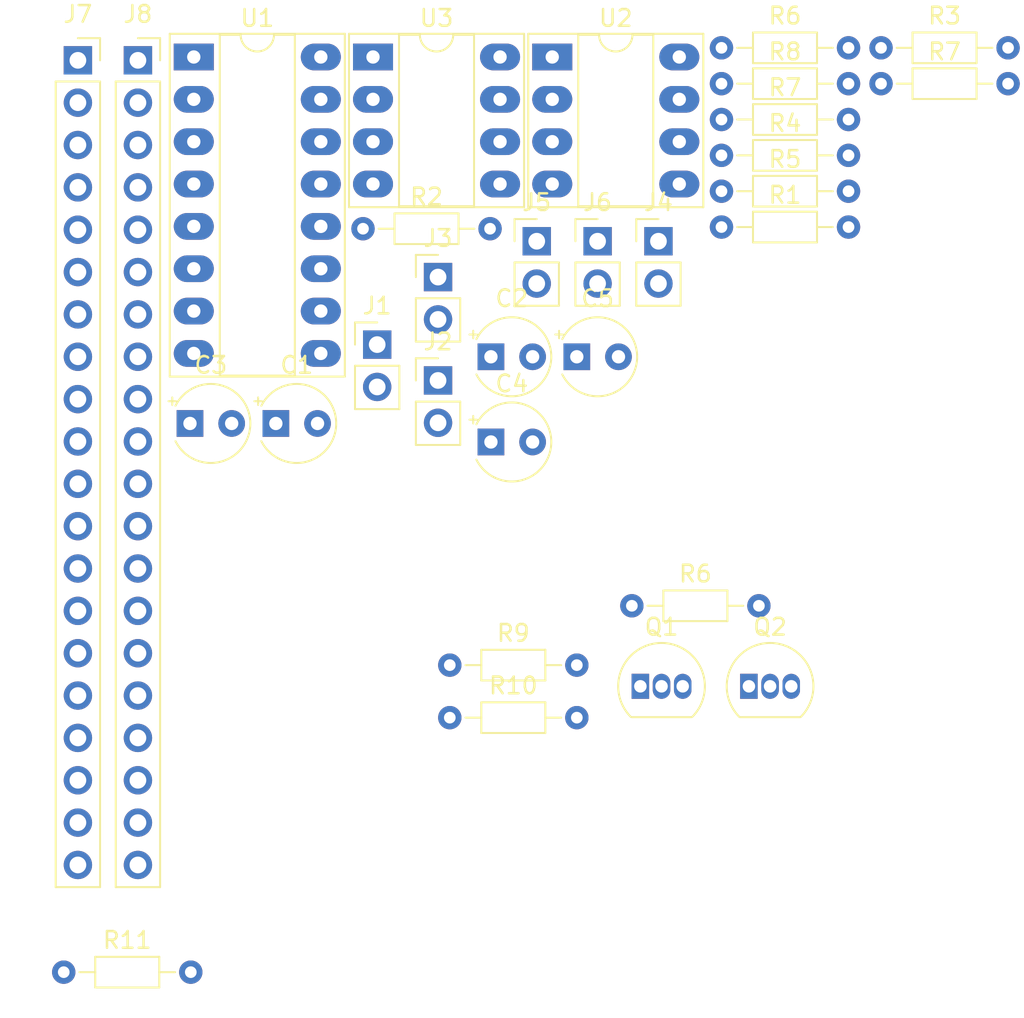
<source format=kicad_pcb>
(kicad_pcb (version 20171130) (host pcbnew "(5.1.2)-2")

  (general
    (thickness 1.6)
    (drawings 0)
    (tracks 0)
    (zones 0)
    (modules 31)
    (nets 65)
  )

  (page A4)
  (layers
    (0 F.Cu signal)
    (31 B.Cu signal)
    (32 B.Adhes user)
    (33 F.Adhes user)
    (34 B.Paste user)
    (35 F.Paste user)
    (36 B.SilkS user)
    (37 F.SilkS user)
    (38 B.Mask user)
    (39 F.Mask user)
    (40 Dwgs.User user)
    (41 Cmts.User user)
    (42 Eco1.User user)
    (43 Eco2.User user)
    (44 Edge.Cuts user)
    (45 Margin user)
    (46 B.CrtYd user)
    (47 F.CrtYd user)
    (48 B.Fab user)
    (49 F.Fab user)
  )

  (setup
    (last_trace_width 0.25)
    (trace_clearance 0.2)
    (zone_clearance 0.508)
    (zone_45_only no)
    (trace_min 0.2)
    (via_size 0.8)
    (via_drill 0.4)
    (via_min_size 0.4)
    (via_min_drill 0.3)
    (uvia_size 0.3)
    (uvia_drill 0.1)
    (uvias_allowed no)
    (uvia_min_size 0.2)
    (uvia_min_drill 0.1)
    (edge_width 0.15)
    (segment_width 0.2)
    (pcb_text_width 0.3)
    (pcb_text_size 1.5 1.5)
    (mod_edge_width 0.15)
    (mod_text_size 1 1)
    (mod_text_width 0.15)
    (pad_size 1.524 1.524)
    (pad_drill 0.762)
    (pad_to_mask_clearance 0.051)
    (solder_mask_min_width 0.25)
    (aux_axis_origin 0 0)
    (visible_elements 7FFFFFFF)
    (pcbplotparams
      (layerselection 0x010fc_ffffffff)
      (usegerberextensions false)
      (usegerberattributes false)
      (usegerberadvancedattributes false)
      (creategerberjobfile false)
      (excludeedgelayer true)
      (linewidth 0.100000)
      (plotframeref false)
      (viasonmask false)
      (mode 1)
      (useauxorigin false)
      (hpglpennumber 1)
      (hpglpenspeed 20)
      (hpglpendiameter 15.000000)
      (psnegative false)
      (psa4output false)
      (plotreference true)
      (plotvalue true)
      (plotinvisibletext false)
      (padsonsilk false)
      (subtractmaskfromsilk false)
      (outputformat 1)
      (mirror false)
      (drillshape 1)
      (scaleselection 1)
      (outputdirectory ""))
  )

  (net 0 "")
  (net 1 "Net-(J3-Pad2)")
  (net 2 /PA4)
  (net 3 GND)
  (net 4 "Net-(J5-Pad1)")
  (net 5 /PA8)
  (net 6 "Net-(R3-Pad2)")
  (net 7 +3V3)
  (net 8 "Net-(J6-Pad2)")
  (net 9 "Net-(R8-Pad2)")
  (net 10 "Net-(J6-Pad1)")
  (net 11 "Net-(J5-Pad2)")
  (net 12 "Net-(R4-Pad2)")
  (net 13 /PA9)
  (net 14 /PA7)
  (net 15 "Net-(J3-Pad1)")
  (net 16 /PA0)
  (net 17 /PA1)
  (net 18 "Net-(C1-Pad1)")
  (net 19 "Net-(C3-Pad1)")
  (net 20 "Net-(C1-Pad2)")
  (net 21 /PB10)
  (net 22 "Net-(C2-Pad1)")
  (net 23 /PB11)
  (net 24 "Net-(C2-Pad2)")
  (net 25 "Net-(J2-Pad2)")
  (net 26 "Net-(C4-Pad2)")
  (net 27 "Net-(J2-Pad1)")
  (net 28 "Net-(U1-Pad7)")
  (net 29 "Net-(U1-Pad8)")
  (net 30 +5V)
  (net 31 "Net-(J7-Pad1)")
  (net 32 "Net-(J7-Pad2)")
  (net 33 /PB14)
  (net 34 /PB15)
  (net 35 "Net-(J7-Pad7)")
  (net 36 "Net-(J7-Pad8)")
  (net 37 "Net-(J7-Pad9)")
  (net 38 "Net-(J7-Pad10)")
  (net 39 "Net-(J7-Pad11)")
  (net 40 "Net-(J7-Pad12)")
  (net 41 "Net-(J7-Pad13)")
  (net 42 "Net-(J7-Pad14)")
  (net 43 "Net-(J7-Pad15)")
  (net 44 "Net-(J7-Pad16)")
  (net 45 "Net-(J7-Pad17)")
  (net 46 "Net-(J7-Pad20)")
  (net 47 "Net-(J8-Pad20)")
  (net 48 "Net-(J8-Pad19)")
  (net 49 "Net-(J8-Pad18)")
  (net 50 "Net-(J8-Pad17)")
  (net 51 "Net-(J8-Pad11)")
  (net 52 "Net-(J8-Pad10)")
  (net 53 "Net-(J8-Pad8)")
  (net 54 "Net-(J8-Pad7)")
  (net 55 "Net-(J8-Pad4)")
  (net 56 /PA2)
  (net 57 /PA3)
  (net 58 "Net-(Q1-Pad3)")
  (net 59 "Net-(Q2-Pad3)")
  (net 60 "Net-(R7-Pad2)")
  (net 61 "Net-(D3-Pad2)")
  (net 62 "Net-(U1-Pad15)")
  (net 63 "Net-(Q1-Pad2)")
  (net 64 "Net-(Q2-Pad2)")

  (net_class Default "Ceci est la Netclass par défaut."
    (clearance 0.2)
    (trace_width 0.25)
    (via_dia 0.8)
    (via_drill 0.4)
    (uvia_dia 0.3)
    (uvia_drill 0.1)
    (add_net +3V3)
    (add_net +5V)
    (add_net /PA0)
    (add_net /PA1)
    (add_net /PA2)
    (add_net /PA3)
    (add_net /PA4)
    (add_net /PA7)
    (add_net /PA8)
    (add_net /PA9)
    (add_net /PB10)
    (add_net /PB11)
    (add_net /PB14)
    (add_net /PB15)
    (add_net GND)
    (add_net "Net-(C1-Pad1)")
    (add_net "Net-(C1-Pad2)")
    (add_net "Net-(C2-Pad1)")
    (add_net "Net-(C2-Pad2)")
    (add_net "Net-(C3-Pad1)")
    (add_net "Net-(C4-Pad2)")
    (add_net "Net-(D3-Pad2)")
    (add_net "Net-(J2-Pad1)")
    (add_net "Net-(J2-Pad2)")
    (add_net "Net-(J3-Pad1)")
    (add_net "Net-(J3-Pad2)")
    (add_net "Net-(J5-Pad1)")
    (add_net "Net-(J5-Pad2)")
    (add_net "Net-(J6-Pad1)")
    (add_net "Net-(J6-Pad2)")
    (add_net "Net-(J7-Pad1)")
    (add_net "Net-(J7-Pad10)")
    (add_net "Net-(J7-Pad11)")
    (add_net "Net-(J7-Pad12)")
    (add_net "Net-(J7-Pad13)")
    (add_net "Net-(J7-Pad14)")
    (add_net "Net-(J7-Pad15)")
    (add_net "Net-(J7-Pad16)")
    (add_net "Net-(J7-Pad17)")
    (add_net "Net-(J7-Pad2)")
    (add_net "Net-(J7-Pad20)")
    (add_net "Net-(J7-Pad7)")
    (add_net "Net-(J7-Pad8)")
    (add_net "Net-(J7-Pad9)")
    (add_net "Net-(J8-Pad10)")
    (add_net "Net-(J8-Pad11)")
    (add_net "Net-(J8-Pad17)")
    (add_net "Net-(J8-Pad18)")
    (add_net "Net-(J8-Pad19)")
    (add_net "Net-(J8-Pad20)")
    (add_net "Net-(J8-Pad4)")
    (add_net "Net-(J8-Pad7)")
    (add_net "Net-(J8-Pad8)")
    (add_net "Net-(Q1-Pad2)")
    (add_net "Net-(Q1-Pad3)")
    (add_net "Net-(Q2-Pad2)")
    (add_net "Net-(Q2-Pad3)")
    (add_net "Net-(R3-Pad2)")
    (add_net "Net-(R4-Pad2)")
    (add_net "Net-(R7-Pad2)")
    (add_net "Net-(R8-Pad2)")
    (add_net "Net-(U1-Pad15)")
    (add_net "Net-(U1-Pad7)")
    (add_net "Net-(U1-Pad8)")
  )

  (module Resistor_THT:R_Axial_DIN0204_L3.6mm_D1.6mm_P7.62mm_Horizontal (layer F.Cu) (tedit 5AE5139B) (tstamp 60CA0ACC)
    (at 113.03 100.94)
    (descr "Resistor, Axial_DIN0204 series, Axial, Horizontal, pin pitch=7.62mm, 0.167W, length*diameter=3.6*1.6mm^2, http://cdn-reichelt.de/documents/datenblatt/B400/1_4W%23YAG.pdf")
    (tags "Resistor Axial_DIN0204 series Axial Horizontal pin pitch 7.62mm 0.167W length 3.6mm diameter 1.6mm")
    (path /60CA7C5E)
    (fp_text reference R10 (at 3.81 -1.92) (layer F.SilkS)
      (effects (font (size 1 1) (thickness 0.15)))
    )
    (fp_text value 1k (at 3.81 1.92) (layer F.Fab)
      (effects (font (size 1 1) (thickness 0.15)))
    )
    (fp_text user %R (at 3.81 0) (layer F.Fab)
      (effects (font (size 0.72 0.72) (thickness 0.108)))
    )
    (fp_line (start 8.57 -1.05) (end -0.95 -1.05) (layer F.CrtYd) (width 0.05))
    (fp_line (start 8.57 1.05) (end 8.57 -1.05) (layer F.CrtYd) (width 0.05))
    (fp_line (start -0.95 1.05) (end 8.57 1.05) (layer F.CrtYd) (width 0.05))
    (fp_line (start -0.95 -1.05) (end -0.95 1.05) (layer F.CrtYd) (width 0.05))
    (fp_line (start 6.68 0) (end 5.73 0) (layer F.SilkS) (width 0.12))
    (fp_line (start 0.94 0) (end 1.89 0) (layer F.SilkS) (width 0.12))
    (fp_line (start 5.73 -0.92) (end 1.89 -0.92) (layer F.SilkS) (width 0.12))
    (fp_line (start 5.73 0.92) (end 5.73 -0.92) (layer F.SilkS) (width 0.12))
    (fp_line (start 1.89 0.92) (end 5.73 0.92) (layer F.SilkS) (width 0.12))
    (fp_line (start 1.89 -0.92) (end 1.89 0.92) (layer F.SilkS) (width 0.12))
    (fp_line (start 7.62 0) (end 5.61 0) (layer F.Fab) (width 0.1))
    (fp_line (start 0 0) (end 2.01 0) (layer F.Fab) (width 0.1))
    (fp_line (start 5.61 -0.8) (end 2.01 -0.8) (layer F.Fab) (width 0.1))
    (fp_line (start 5.61 0.8) (end 5.61 -0.8) (layer F.Fab) (width 0.1))
    (fp_line (start 2.01 0.8) (end 5.61 0.8) (layer F.Fab) (width 0.1))
    (fp_line (start 2.01 -0.8) (end 2.01 0.8) (layer F.Fab) (width 0.1))
    (pad 2 thru_hole oval (at 7.62 0) (size 1.4 1.4) (drill 0.7) (layers *.Cu *.Mask)
      (net 64 "Net-(Q2-Pad2)"))
    (pad 1 thru_hole circle (at 0 0) (size 1.4 1.4) (drill 0.7) (layers *.Cu *.Mask)
      (net 8 "Net-(J6-Pad2)"))
    (model ${KISYS3DMOD}/Resistor_THT.3dshapes/R_Axial_DIN0204_L3.6mm_D1.6mm_P7.62mm_Horizontal.wrl
      (at (xyz 0 0 0))
      (scale (xyz 1 1 1))
      (rotate (xyz 0 0 0))
    )
  )

  (module Resistor_THT:R_Axial_DIN0204_L3.6mm_D1.6mm_P7.62mm_Horizontal (layer F.Cu) (tedit 5AE5139B) (tstamp 60CA0AB5)
    (at 113.03 97.79)
    (descr "Resistor, Axial_DIN0204 series, Axial, Horizontal, pin pitch=7.62mm, 0.167W, length*diameter=3.6*1.6mm^2, http://cdn-reichelt.de/documents/datenblatt/B400/1_4W%23YAG.pdf")
    (tags "Resistor Axial_DIN0204 series Axial Horizontal pin pitch 7.62mm 0.167W length 3.6mm diameter 1.6mm")
    (path /60CC280A)
    (fp_text reference R9 (at 3.81 -1.92) (layer F.SilkS)
      (effects (font (size 1 1) (thickness 0.15)))
    )
    (fp_text value 1k (at 3.81 1.92) (layer F.Fab)
      (effects (font (size 1 1) (thickness 0.15)))
    )
    (fp_text user %R (at 3.81 0) (layer F.Fab)
      (effects (font (size 0.72 0.72) (thickness 0.108)))
    )
    (fp_line (start 8.57 -1.05) (end -0.95 -1.05) (layer F.CrtYd) (width 0.05))
    (fp_line (start 8.57 1.05) (end 8.57 -1.05) (layer F.CrtYd) (width 0.05))
    (fp_line (start -0.95 1.05) (end 8.57 1.05) (layer F.CrtYd) (width 0.05))
    (fp_line (start -0.95 -1.05) (end -0.95 1.05) (layer F.CrtYd) (width 0.05))
    (fp_line (start 6.68 0) (end 5.73 0) (layer F.SilkS) (width 0.12))
    (fp_line (start 0.94 0) (end 1.89 0) (layer F.SilkS) (width 0.12))
    (fp_line (start 5.73 -0.92) (end 1.89 -0.92) (layer F.SilkS) (width 0.12))
    (fp_line (start 5.73 0.92) (end 5.73 -0.92) (layer F.SilkS) (width 0.12))
    (fp_line (start 1.89 0.92) (end 5.73 0.92) (layer F.SilkS) (width 0.12))
    (fp_line (start 1.89 -0.92) (end 1.89 0.92) (layer F.SilkS) (width 0.12))
    (fp_line (start 7.62 0) (end 5.61 0) (layer F.Fab) (width 0.1))
    (fp_line (start 0 0) (end 2.01 0) (layer F.Fab) (width 0.1))
    (fp_line (start 5.61 -0.8) (end 2.01 -0.8) (layer F.Fab) (width 0.1))
    (fp_line (start 5.61 0.8) (end 5.61 -0.8) (layer F.Fab) (width 0.1))
    (fp_line (start 2.01 0.8) (end 5.61 0.8) (layer F.Fab) (width 0.1))
    (fp_line (start 2.01 -0.8) (end 2.01 0.8) (layer F.Fab) (width 0.1))
    (pad 2 thru_hole oval (at 7.62 0) (size 1.4 1.4) (drill 0.7) (layers *.Cu *.Mask)
      (net 63 "Net-(Q1-Pad2)"))
    (pad 1 thru_hole circle (at 0 0) (size 1.4 1.4) (drill 0.7) (layers *.Cu *.Mask)
      (net 10 "Net-(J6-Pad1)"))
    (model ${KISYS3DMOD}/Resistor_THT.3dshapes/R_Axial_DIN0204_L3.6mm_D1.6mm_P7.62mm_Horizontal.wrl
      (at (xyz 0 0 0))
      (scale (xyz 1 1 1))
      (rotate (xyz 0 0 0))
    )
  )

  (module Resistor_THT:R_Axial_DIN0204_L3.6mm_D1.6mm_P7.62mm_Horizontal (layer F.Cu) (tedit 5AE5139B) (tstamp 60CA0A2E)
    (at 123.95 94.23)
    (descr "Resistor, Axial_DIN0204 series, Axial, Horizontal, pin pitch=7.62mm, 0.167W, length*diameter=3.6*1.6mm^2, http://cdn-reichelt.de/documents/datenblatt/B400/1_4W%23YAG.pdf")
    (tags "Resistor Axial_DIN0204 series Axial Horizontal pin pitch 7.62mm 0.167W length 3.6mm diameter 1.6mm")
    (path /60DD5CDF)
    (fp_text reference R6 (at 3.81 -1.92) (layer F.SilkS)
      (effects (font (size 1 1) (thickness 0.15)))
    )
    (fp_text value 1k (at 3.81 1.92) (layer F.Fab)
      (effects (font (size 1 1) (thickness 0.15)))
    )
    (fp_text user %R (at 3.81 0) (layer F.Fab)
      (effects (font (size 0.72 0.72) (thickness 0.108)))
    )
    (fp_line (start 8.57 -1.05) (end -0.95 -1.05) (layer F.CrtYd) (width 0.05))
    (fp_line (start 8.57 1.05) (end 8.57 -1.05) (layer F.CrtYd) (width 0.05))
    (fp_line (start -0.95 1.05) (end 8.57 1.05) (layer F.CrtYd) (width 0.05))
    (fp_line (start -0.95 -1.05) (end -0.95 1.05) (layer F.CrtYd) (width 0.05))
    (fp_line (start 6.68 0) (end 5.73 0) (layer F.SilkS) (width 0.12))
    (fp_line (start 0.94 0) (end 1.89 0) (layer F.SilkS) (width 0.12))
    (fp_line (start 5.73 -0.92) (end 1.89 -0.92) (layer F.SilkS) (width 0.12))
    (fp_line (start 5.73 0.92) (end 5.73 -0.92) (layer F.SilkS) (width 0.12))
    (fp_line (start 1.89 0.92) (end 5.73 0.92) (layer F.SilkS) (width 0.12))
    (fp_line (start 1.89 -0.92) (end 1.89 0.92) (layer F.SilkS) (width 0.12))
    (fp_line (start 7.62 0) (end 5.61 0) (layer F.Fab) (width 0.1))
    (fp_line (start 0 0) (end 2.01 0) (layer F.Fab) (width 0.1))
    (fp_line (start 5.61 -0.8) (end 2.01 -0.8) (layer F.Fab) (width 0.1))
    (fp_line (start 5.61 0.8) (end 5.61 -0.8) (layer F.Fab) (width 0.1))
    (fp_line (start 2.01 0.8) (end 5.61 0.8) (layer F.Fab) (width 0.1))
    (fp_line (start 2.01 -0.8) (end 2.01 0.8) (layer F.Fab) (width 0.1))
    (pad 2 thru_hole oval (at 7.62 0) (size 1.4 1.4) (drill 0.7) (layers *.Cu *.Mask)
      (net 11 "Net-(J5-Pad2)"))
    (pad 1 thru_hole circle (at 0 0) (size 1.4 1.4) (drill 0.7) (layers *.Cu *.Mask)
      (net 7 +3V3))
    (model ${KISYS3DMOD}/Resistor_THT.3dshapes/R_Axial_DIN0204_L3.6mm_D1.6mm_P7.62mm_Horizontal.wrl
      (at (xyz 0 0 0))
      (scale (xyz 1 1 1))
      (rotate (xyz 0 0 0))
    )
  )

  (module Package_TO_SOT_THT:TO-92_Inline (layer F.Cu) (tedit 5A1DD157) (tstamp 60CA093B)
    (at 130.97 99.06)
    (descr "TO-92 leads in-line, narrow, oval pads, drill 0.75mm (see NXP sot054_po.pdf)")
    (tags "to-92 sc-43 sc-43a sot54 PA33 transistor")
    (path /60D5D86F)
    (fp_text reference Q2 (at 1.27 -3.56) (layer F.SilkS)
      (effects (font (size 1 1) (thickness 0.15)))
    )
    (fp_text value 2N3904 (at 1.27 2.79) (layer F.Fab)
      (effects (font (size 1 1) (thickness 0.15)))
    )
    (fp_arc (start 1.27 0) (end 1.27 -2.6) (angle 135) (layer F.SilkS) (width 0.12))
    (fp_arc (start 1.27 0) (end 1.27 -2.48) (angle -135) (layer F.Fab) (width 0.1))
    (fp_arc (start 1.27 0) (end 1.27 -2.6) (angle -135) (layer F.SilkS) (width 0.12))
    (fp_arc (start 1.27 0) (end 1.27 -2.48) (angle 135) (layer F.Fab) (width 0.1))
    (fp_line (start 4 2.01) (end -1.46 2.01) (layer F.CrtYd) (width 0.05))
    (fp_line (start 4 2.01) (end 4 -2.73) (layer F.CrtYd) (width 0.05))
    (fp_line (start -1.46 -2.73) (end -1.46 2.01) (layer F.CrtYd) (width 0.05))
    (fp_line (start -1.46 -2.73) (end 4 -2.73) (layer F.CrtYd) (width 0.05))
    (fp_line (start -0.5 1.75) (end 3 1.75) (layer F.Fab) (width 0.1))
    (fp_line (start -0.53 1.85) (end 3.07 1.85) (layer F.SilkS) (width 0.12))
    (fp_text user %R (at 1.27 -3.56) (layer F.Fab)
      (effects (font (size 1 1) (thickness 0.15)))
    )
    (pad 1 thru_hole rect (at 0 0) (size 1.05 1.5) (drill 0.75) (layers *.Cu *.Mask)
      (net 3 GND))
    (pad 3 thru_hole oval (at 2.54 0) (size 1.05 1.5) (drill 0.75) (layers *.Cu *.Mask)
      (net 59 "Net-(Q2-Pad3)"))
    (pad 2 thru_hole oval (at 1.27 0) (size 1.05 1.5) (drill 0.75) (layers *.Cu *.Mask)
      (net 64 "Net-(Q2-Pad2)"))
    (model ${KISYS3DMOD}/Package_TO_SOT_THT.3dshapes/TO-92_Inline.wrl
      (at (xyz 0 0 0))
      (scale (xyz 1 1 1))
      (rotate (xyz 0 0 0))
    )
  )

  (module Package_TO_SOT_THT:TO-92_Inline (layer F.Cu) (tedit 5A1DD157) (tstamp 60CA0929)
    (at 124.46 99.06)
    (descr "TO-92 leads in-line, narrow, oval pads, drill 0.75mm (see NXP sot054_po.pdf)")
    (tags "to-92 sc-43 sc-43a sot54 PA33 transistor")
    (path /60CA79CE)
    (fp_text reference Q1 (at 1.27 -3.56) (layer F.SilkS)
      (effects (font (size 1 1) (thickness 0.15)))
    )
    (fp_text value 2N3904 (at 1.27 2.79) (layer F.Fab)
      (effects (font (size 1 1) (thickness 0.15)))
    )
    (fp_arc (start 1.27 0) (end 1.27 -2.6) (angle 135) (layer F.SilkS) (width 0.12))
    (fp_arc (start 1.27 0) (end 1.27 -2.48) (angle -135) (layer F.Fab) (width 0.1))
    (fp_arc (start 1.27 0) (end 1.27 -2.6) (angle -135) (layer F.SilkS) (width 0.12))
    (fp_arc (start 1.27 0) (end 1.27 -2.48) (angle 135) (layer F.Fab) (width 0.1))
    (fp_line (start 4 2.01) (end -1.46 2.01) (layer F.CrtYd) (width 0.05))
    (fp_line (start 4 2.01) (end 4 -2.73) (layer F.CrtYd) (width 0.05))
    (fp_line (start -1.46 -2.73) (end -1.46 2.01) (layer F.CrtYd) (width 0.05))
    (fp_line (start -1.46 -2.73) (end 4 -2.73) (layer F.CrtYd) (width 0.05))
    (fp_line (start -0.5 1.75) (end 3 1.75) (layer F.Fab) (width 0.1))
    (fp_line (start -0.53 1.85) (end 3.07 1.85) (layer F.SilkS) (width 0.12))
    (fp_text user %R (at 1.27 -3.56) (layer F.Fab)
      (effects (font (size 1 1) (thickness 0.15)))
    )
    (pad 1 thru_hole rect (at 0 0) (size 1.05 1.5) (drill 0.75) (layers *.Cu *.Mask)
      (net 3 GND))
    (pad 3 thru_hole oval (at 2.54 0) (size 1.05 1.5) (drill 0.75) (layers *.Cu *.Mask)
      (net 58 "Net-(Q1-Pad3)"))
    (pad 2 thru_hole oval (at 1.27 0) (size 1.05 1.5) (drill 0.75) (layers *.Cu *.Mask)
      (net 63 "Net-(Q1-Pad2)"))
    (model ${KISYS3DMOD}/Package_TO_SOT_THT.3dshapes/TO-92_Inline.wrl
      (at (xyz 0 0 0))
      (scale (xyz 1 1 1))
      (rotate (xyz 0 0 0))
    )
  )

  (module Capacitor_THT:CP_Radial_Tantal_D4.5mm_P2.50mm (layer F.Cu) (tedit 5AE50EF0) (tstamp 60D26217)
    (at 102.597289 83.295001)
    (descr "CP, Radial_Tantal series, Radial, pin pitch=2.50mm, , diameter=4.5mm, Tantal Electrolytic Capacitor, http://cdn-reichelt.de/documents/datenblatt/B300/TANTAL-TB-Serie%23.pdf")
    (tags "CP Radial_Tantal series Radial pin pitch 2.50mm  diameter 4.5mm Tantal Electrolytic Capacitor")
    (path /60C491F5)
    (fp_text reference C1 (at 1.25 -3.5) (layer F.SilkS)
      (effects (font (size 1 1) (thickness 0.15)))
    )
    (fp_text value 1u (at 1.25 3.5) (layer F.Fab)
      (effects (font (size 1 1) (thickness 0.15)))
    )
    (fp_arc (start 1.25 0) (end -0.869741 -1.06) (angle 306.864288) (layer F.SilkS) (width 0.12))
    (fp_circle (center 1.25 0) (end 3.5 0) (layer F.Fab) (width 0.1))
    (fp_circle (center 1.25 0) (end 3.78 0) (layer F.CrtYd) (width 0.05))
    (fp_line (start -0.66808 -0.9775) (end -0.21808 -0.9775) (layer F.Fab) (width 0.1))
    (fp_line (start -0.44308 -1.2025) (end -0.44308 -0.7525) (layer F.Fab) (width 0.1))
    (fp_line (start -1.287288 -1.335) (end -0.837288 -1.335) (layer F.SilkS) (width 0.12))
    (fp_line (start -1.062288 -1.56) (end -1.062288 -1.11) (layer F.SilkS) (width 0.12))
    (fp_text user %R (at 1.25 0) (layer F.Fab)
      (effects (font (size 0.9 0.9) (thickness 0.135)))
    )
    (pad 1 thru_hole rect (at 0 0) (size 1.6 1.6) (drill 0.8) (layers *.Cu *.Mask)
      (net 18 "Net-(C1-Pad1)"))
    (pad 2 thru_hole circle (at 2.5 0) (size 1.6 1.6) (drill 0.8) (layers *.Cu *.Mask)
      (net 20 "Net-(C1-Pad2)"))
    (model ${KISYS3DMOD}/Capacitor_THT.3dshapes/CP_Radial_Tantal_D4.5mm_P2.50mm.wrl
      (at (xyz 0 0 0))
      (scale (xyz 1 1 1))
      (rotate (xyz 0 0 0))
    )
  )

  (module Capacitor_THT:CP_Radial_Tantal_D4.5mm_P2.50mm (layer F.Cu) (tedit 5AE50EF0) (tstamp 60D26209)
    (at 97.447289 83.295001)
    (descr "CP, Radial_Tantal series, Radial, pin pitch=2.50mm, , diameter=4.5mm, Tantal Electrolytic Capacitor, http://cdn-reichelt.de/documents/datenblatt/B300/TANTAL-TB-Serie%23.pdf")
    (tags "CP Radial_Tantal series Radial pin pitch 2.50mm  diameter 4.5mm Tantal Electrolytic Capacitor")
    (path /60C4BDE0)
    (fp_text reference C3 (at 1.25 -3.5) (layer F.SilkS)
      (effects (font (size 1 1) (thickness 0.15)))
    )
    (fp_text value 1u (at 1.25 3.5) (layer F.Fab)
      (effects (font (size 1 1) (thickness 0.15)))
    )
    (fp_text user %R (at 1.25 0) (layer F.Fab)
      (effects (font (size 0.9 0.9) (thickness 0.135)))
    )
    (fp_line (start -1.062288 -1.56) (end -1.062288 -1.11) (layer F.SilkS) (width 0.12))
    (fp_line (start -1.287288 -1.335) (end -0.837288 -1.335) (layer F.SilkS) (width 0.12))
    (fp_line (start -0.44308 -1.2025) (end -0.44308 -0.7525) (layer F.Fab) (width 0.1))
    (fp_line (start -0.66808 -0.9775) (end -0.21808 -0.9775) (layer F.Fab) (width 0.1))
    (fp_circle (center 1.25 0) (end 3.78 0) (layer F.CrtYd) (width 0.05))
    (fp_circle (center 1.25 0) (end 3.5 0) (layer F.Fab) (width 0.1))
    (fp_arc (start 1.25 0) (end -0.869741 -1.06) (angle 306.864288) (layer F.SilkS) (width 0.12))
    (pad 2 thru_hole circle (at 2.5 0) (size 1.6 1.6) (drill 0.8) (layers *.Cu *.Mask)
      (net 3 GND))
    (pad 1 thru_hole rect (at 0 0) (size 1.6 1.6) (drill 0.8) (layers *.Cu *.Mask)
      (net 19 "Net-(C3-Pad1)"))
    (model ${KISYS3DMOD}/Capacitor_THT.3dshapes/CP_Radial_Tantal_D4.5mm_P2.50mm.wrl
      (at (xyz 0 0 0))
      (scale (xyz 1 1 1))
      (rotate (xyz 0 0 0))
    )
  )

  (module Capacitor_THT:CP_Radial_Tantal_D4.5mm_P2.50mm (layer F.Cu) (tedit 5AE50EF0) (tstamp 60D261FB)
    (at 115.497289 84.405001)
    (descr "CP, Radial_Tantal series, Radial, pin pitch=2.50mm, , diameter=4.5mm, Tantal Electrolytic Capacitor, http://cdn-reichelt.de/documents/datenblatt/B300/TANTAL-TB-Serie%23.pdf")
    (tags "CP Radial_Tantal series Radial pin pitch 2.50mm  diameter 4.5mm Tantal Electrolytic Capacitor")
    (path /60C4C53B)
    (fp_text reference C4 (at 1.25 -3.5) (layer F.SilkS)
      (effects (font (size 1 1) (thickness 0.15)))
    )
    (fp_text value 1u (at 1.25 3.5) (layer F.Fab)
      (effects (font (size 1 1) (thickness 0.15)))
    )
    (fp_arc (start 1.25 0) (end -0.869741 -1.06) (angle 306.864288) (layer F.SilkS) (width 0.12))
    (fp_circle (center 1.25 0) (end 3.5 0) (layer F.Fab) (width 0.1))
    (fp_circle (center 1.25 0) (end 3.78 0) (layer F.CrtYd) (width 0.05))
    (fp_line (start -0.66808 -0.9775) (end -0.21808 -0.9775) (layer F.Fab) (width 0.1))
    (fp_line (start -0.44308 -1.2025) (end -0.44308 -0.7525) (layer F.Fab) (width 0.1))
    (fp_line (start -1.287288 -1.335) (end -0.837288 -1.335) (layer F.SilkS) (width 0.12))
    (fp_line (start -1.062288 -1.56) (end -1.062288 -1.11) (layer F.SilkS) (width 0.12))
    (fp_text user %R (at 1.25 0) (layer F.Fab)
      (effects (font (size 0.9 0.9) (thickness 0.135)))
    )
    (pad 1 thru_hole rect (at 0 0) (size 1.6 1.6) (drill 0.8) (layers *.Cu *.Mask)
      (net 3 GND))
    (pad 2 thru_hole circle (at 2.5 0) (size 1.6 1.6) (drill 0.8) (layers *.Cu *.Mask)
      (net 26 "Net-(C4-Pad2)"))
    (model ${KISYS3DMOD}/Capacitor_THT.3dshapes/CP_Radial_Tantal_D4.5mm_P2.50mm.wrl
      (at (xyz 0 0 0))
      (scale (xyz 1 1 1))
      (rotate (xyz 0 0 0))
    )
  )

  (module Capacitor_THT:CP_Radial_Tantal_D4.5mm_P2.50mm (layer F.Cu) (tedit 5AE50EF0) (tstamp 60D261ED)
    (at 120.647289 79.295001)
    (descr "CP, Radial_Tantal series, Radial, pin pitch=2.50mm, , diameter=4.5mm, Tantal Electrolytic Capacitor, http://cdn-reichelt.de/documents/datenblatt/B300/TANTAL-TB-Serie%23.pdf")
    (tags "CP Radial_Tantal series Radial pin pitch 2.50mm  diameter 4.5mm Tantal Electrolytic Capacitor")
    (path /60C4E83D)
    (fp_text reference C5 (at 1.25 -3.5) (layer F.SilkS)
      (effects (font (size 1 1) (thickness 0.15)))
    )
    (fp_text value 1u (at 1.25 3.5) (layer F.Fab)
      (effects (font (size 1 1) (thickness 0.15)))
    )
    (fp_text user %R (at 1.25 0) (layer F.Fab)
      (effects (font (size 0.9 0.9) (thickness 0.135)))
    )
    (fp_line (start -1.062288 -1.56) (end -1.062288 -1.11) (layer F.SilkS) (width 0.12))
    (fp_line (start -1.287288 -1.335) (end -0.837288 -1.335) (layer F.SilkS) (width 0.12))
    (fp_line (start -0.44308 -1.2025) (end -0.44308 -0.7525) (layer F.Fab) (width 0.1))
    (fp_line (start -0.66808 -0.9775) (end -0.21808 -0.9775) (layer F.Fab) (width 0.1))
    (fp_circle (center 1.25 0) (end 3.78 0) (layer F.CrtYd) (width 0.05))
    (fp_circle (center 1.25 0) (end 3.5 0) (layer F.Fab) (width 0.1))
    (fp_arc (start 1.25 0) (end -0.869741 -1.06) (angle 306.864288) (layer F.SilkS) (width 0.12))
    (pad 2 thru_hole circle (at 2.5 0) (size 1.6 1.6) (drill 0.8) (layers *.Cu *.Mask)
      (net 3 GND))
    (pad 1 thru_hole rect (at 0 0) (size 1.6 1.6) (drill 0.8) (layers *.Cu *.Mask)
      (net 30 +5V))
    (model ${KISYS3DMOD}/Capacitor_THT.3dshapes/CP_Radial_Tantal_D4.5mm_P2.50mm.wrl
      (at (xyz 0 0 0))
      (scale (xyz 1 1 1))
      (rotate (xyz 0 0 0))
    )
  )

  (module Capacitor_THT:CP_Radial_Tantal_D4.5mm_P2.50mm (layer F.Cu) (tedit 5AE50EF0) (tstamp 60D261DF)
    (at 115.497289 79.295001)
    (descr "CP, Radial_Tantal series, Radial, pin pitch=2.50mm, , diameter=4.5mm, Tantal Electrolytic Capacitor, http://cdn-reichelt.de/documents/datenblatt/B300/TANTAL-TB-Serie%23.pdf")
    (tags "CP Radial_Tantal series Radial pin pitch 2.50mm  diameter 4.5mm Tantal Electrolytic Capacitor")
    (path /60C4923D)
    (fp_text reference C2 (at 1.25 -3.5) (layer F.SilkS)
      (effects (font (size 1 1) (thickness 0.15)))
    )
    (fp_text value 1u (at 1.25 3.5) (layer F.Fab)
      (effects (font (size 1 1) (thickness 0.15)))
    )
    (fp_arc (start 1.25 0) (end -0.869741 -1.06) (angle 306.864288) (layer F.SilkS) (width 0.12))
    (fp_circle (center 1.25 0) (end 3.5 0) (layer F.Fab) (width 0.1))
    (fp_circle (center 1.25 0) (end 3.78 0) (layer F.CrtYd) (width 0.05))
    (fp_line (start -0.66808 -0.9775) (end -0.21808 -0.9775) (layer F.Fab) (width 0.1))
    (fp_line (start -0.44308 -1.2025) (end -0.44308 -0.7525) (layer F.Fab) (width 0.1))
    (fp_line (start -1.287288 -1.335) (end -0.837288 -1.335) (layer F.SilkS) (width 0.12))
    (fp_line (start -1.062288 -1.56) (end -1.062288 -1.11) (layer F.SilkS) (width 0.12))
    (fp_text user %R (at 1.25 0) (layer F.Fab)
      (effects (font (size 0.9 0.9) (thickness 0.135)))
    )
    (pad 1 thru_hole rect (at 0 0) (size 1.6 1.6) (drill 0.8) (layers *.Cu *.Mask)
      (net 22 "Net-(C2-Pad1)"))
    (pad 2 thru_hole circle (at 2.5 0) (size 1.6 1.6) (drill 0.8) (layers *.Cu *.Mask)
      (net 24 "Net-(C2-Pad2)"))
    (model ${KISYS3DMOD}/Capacitor_THT.3dshapes/CP_Radial_Tantal_D4.5mm_P2.50mm.wrl
      (at (xyz 0 0 0))
      (scale (xyz 1 1 1))
      (rotate (xyz 0 0 0))
    )
  )

  (module Connector_PinHeader_2.54mm:PinHeader_1x02_P2.54mm_Vertical (layer F.Cu) (tedit 59FED5CC) (tstamp 60D261D1)
    (at 112.325001 80.715001)
    (descr "Through hole straight pin header, 1x02, 2.54mm pitch, single row")
    (tags "Through hole pin header THT 1x02 2.54mm single row")
    (path /60C4B47A)
    (fp_text reference J2 (at 0 -2.33) (layer F.SilkS)
      (effects (font (size 1 1) (thickness 0.15)))
    )
    (fp_text value Serial (at 0 4.87) (layer F.Fab)
      (effects (font (size 1 1) (thickness 0.15)))
    )
    (fp_text user %R (at 0 1.27 90) (layer F.Fab)
      (effects (font (size 1 1) (thickness 0.15)))
    )
    (fp_line (start 1.8 -1.8) (end -1.8 -1.8) (layer F.CrtYd) (width 0.05))
    (fp_line (start 1.8 4.35) (end 1.8 -1.8) (layer F.CrtYd) (width 0.05))
    (fp_line (start -1.8 4.35) (end 1.8 4.35) (layer F.CrtYd) (width 0.05))
    (fp_line (start -1.8 -1.8) (end -1.8 4.35) (layer F.CrtYd) (width 0.05))
    (fp_line (start -1.33 -1.33) (end 0 -1.33) (layer F.SilkS) (width 0.12))
    (fp_line (start -1.33 0) (end -1.33 -1.33) (layer F.SilkS) (width 0.12))
    (fp_line (start -1.33 1.27) (end 1.33 1.27) (layer F.SilkS) (width 0.12))
    (fp_line (start 1.33 1.27) (end 1.33 3.87) (layer F.SilkS) (width 0.12))
    (fp_line (start -1.33 1.27) (end -1.33 3.87) (layer F.SilkS) (width 0.12))
    (fp_line (start -1.33 3.87) (end 1.33 3.87) (layer F.SilkS) (width 0.12))
    (fp_line (start -1.27 -0.635) (end -0.635 -1.27) (layer F.Fab) (width 0.1))
    (fp_line (start -1.27 3.81) (end -1.27 -0.635) (layer F.Fab) (width 0.1))
    (fp_line (start 1.27 3.81) (end -1.27 3.81) (layer F.Fab) (width 0.1))
    (fp_line (start 1.27 -1.27) (end 1.27 3.81) (layer F.Fab) (width 0.1))
    (fp_line (start -0.635 -1.27) (end 1.27 -1.27) (layer F.Fab) (width 0.1))
    (pad 2 thru_hole oval (at 0 2.54) (size 1.7 1.7) (drill 1) (layers *.Cu *.Mask)
      (net 25 "Net-(J2-Pad2)"))
    (pad 1 thru_hole rect (at 0 0) (size 1.7 1.7) (drill 1) (layers *.Cu *.Mask)
      (net 27 "Net-(J2-Pad1)"))
    (model ${KISYS3DMOD}/Connector_PinHeader_2.54mm.3dshapes/PinHeader_1x02_P2.54mm_Vertical.wrl
      (at (xyz 0 0 0))
      (scale (xyz 1 1 1))
      (rotate (xyz 0 0 0))
    )
  )

  (module Connector_PinHeader_2.54mm:PinHeader_1x02_P2.54mm_Vertical (layer F.Cu) (tedit 59FED5CC) (tstamp 60D261BB)
    (at 112.325001 74.515001)
    (descr "Through hole straight pin header, 1x02, 2.54mm pitch, single row")
    (tags "Through hole pin header THT 1x02 2.54mm single row")
    (path /60C53EF0)
    (fp_text reference J3 (at 0 -2.33) (layer F.SilkS)
      (effects (font (size 1 1) (thickness 0.15)))
    )
    (fp_text value LEDs (at 0 4.87) (layer F.Fab)
      (effects (font (size 1 1) (thickness 0.15)))
    )
    (fp_line (start -0.635 -1.27) (end 1.27 -1.27) (layer F.Fab) (width 0.1))
    (fp_line (start 1.27 -1.27) (end 1.27 3.81) (layer F.Fab) (width 0.1))
    (fp_line (start 1.27 3.81) (end -1.27 3.81) (layer F.Fab) (width 0.1))
    (fp_line (start -1.27 3.81) (end -1.27 -0.635) (layer F.Fab) (width 0.1))
    (fp_line (start -1.27 -0.635) (end -0.635 -1.27) (layer F.Fab) (width 0.1))
    (fp_line (start -1.33 3.87) (end 1.33 3.87) (layer F.SilkS) (width 0.12))
    (fp_line (start -1.33 1.27) (end -1.33 3.87) (layer F.SilkS) (width 0.12))
    (fp_line (start 1.33 1.27) (end 1.33 3.87) (layer F.SilkS) (width 0.12))
    (fp_line (start -1.33 1.27) (end 1.33 1.27) (layer F.SilkS) (width 0.12))
    (fp_line (start -1.33 0) (end -1.33 -1.33) (layer F.SilkS) (width 0.12))
    (fp_line (start -1.33 -1.33) (end 0 -1.33) (layer F.SilkS) (width 0.12))
    (fp_line (start -1.8 -1.8) (end -1.8 4.35) (layer F.CrtYd) (width 0.05))
    (fp_line (start -1.8 4.35) (end 1.8 4.35) (layer F.CrtYd) (width 0.05))
    (fp_line (start 1.8 4.35) (end 1.8 -1.8) (layer F.CrtYd) (width 0.05))
    (fp_line (start 1.8 -1.8) (end -1.8 -1.8) (layer F.CrtYd) (width 0.05))
    (fp_text user %R (at 0 1.27 90) (layer F.Fab)
      (effects (font (size 1 1) (thickness 0.15)))
    )
    (pad 1 thru_hole rect (at 0 0) (size 1.7 1.7) (drill 1) (layers *.Cu *.Mask)
      (net 15 "Net-(J3-Pad1)"))
    (pad 2 thru_hole oval (at 0 2.54) (size 1.7 1.7) (drill 1) (layers *.Cu *.Mask)
      (net 1 "Net-(J3-Pad2)"))
    (model ${KISYS3DMOD}/Connector_PinHeader_2.54mm.3dshapes/PinHeader_1x02_P2.54mm_Vertical.wrl
      (at (xyz 0 0 0))
      (scale (xyz 1 1 1))
      (rotate (xyz 0 0 0))
    )
  )

  (module Connector_PinHeader_2.54mm:PinHeader_1x02_P2.54mm_Vertical (layer F.Cu) (tedit 59FED5CC) (tstamp 60D261A5)
    (at 108.675001 78.565001)
    (descr "Through hole straight pin header, 1x02, 2.54mm pitch, single row")
    (tags "Through hole pin header THT 1x02 2.54mm single row")
    (path /60C5470D)
    (fp_text reference J1 (at 0 -2.33) (layer F.SilkS)
      (effects (font (size 1 1) (thickness 0.15)))
    )
    (fp_text value Conn_01x02 (at 0 4.87) (layer F.Fab)
      (effects (font (size 1 1) (thickness 0.15)))
    )
    (fp_text user %R (at 0 1.27 90) (layer F.Fab)
      (effects (font (size 1 1) (thickness 0.15)))
    )
    (fp_line (start 1.8 -1.8) (end -1.8 -1.8) (layer F.CrtYd) (width 0.05))
    (fp_line (start 1.8 4.35) (end 1.8 -1.8) (layer F.CrtYd) (width 0.05))
    (fp_line (start -1.8 4.35) (end 1.8 4.35) (layer F.CrtYd) (width 0.05))
    (fp_line (start -1.8 -1.8) (end -1.8 4.35) (layer F.CrtYd) (width 0.05))
    (fp_line (start -1.33 -1.33) (end 0 -1.33) (layer F.SilkS) (width 0.12))
    (fp_line (start -1.33 0) (end -1.33 -1.33) (layer F.SilkS) (width 0.12))
    (fp_line (start -1.33 1.27) (end 1.33 1.27) (layer F.SilkS) (width 0.12))
    (fp_line (start 1.33 1.27) (end 1.33 3.87) (layer F.SilkS) (width 0.12))
    (fp_line (start -1.33 1.27) (end -1.33 3.87) (layer F.SilkS) (width 0.12))
    (fp_line (start -1.33 3.87) (end 1.33 3.87) (layer F.SilkS) (width 0.12))
    (fp_line (start -1.27 -0.635) (end -0.635 -1.27) (layer F.Fab) (width 0.1))
    (fp_line (start -1.27 3.81) (end -1.27 -0.635) (layer F.Fab) (width 0.1))
    (fp_line (start 1.27 3.81) (end -1.27 3.81) (layer F.Fab) (width 0.1))
    (fp_line (start 1.27 -1.27) (end 1.27 3.81) (layer F.Fab) (width 0.1))
    (fp_line (start -0.635 -1.27) (end 1.27 -1.27) (layer F.Fab) (width 0.1))
    (pad 2 thru_hole oval (at 0 2.54) (size 1.7 1.7) (drill 1) (layers *.Cu *.Mask)
      (net 3 GND))
    (pad 1 thru_hole rect (at 0 0) (size 1.7 1.7) (drill 1) (layers *.Cu *.Mask)
      (net 7 +3V3))
    (model ${KISYS3DMOD}/Connector_PinHeader_2.54mm.3dshapes/PinHeader_1x02_P2.54mm_Vertical.wrl
      (at (xyz 0 0 0))
      (scale (xyz 1 1 1))
      (rotate (xyz 0 0 0))
    )
  )

  (module Connector_PinHeader_2.54mm:PinHeader_1x02_P2.54mm_Vertical (layer F.Cu) (tedit 59FED5CC) (tstamp 60D2618F)
    (at 125.545001 72.365001)
    (descr "Through hole straight pin header, 1x02, 2.54mm pitch, single row")
    (tags "Through hole pin header THT 1x02 2.54mm single row")
    (path /60C574C6)
    (fp_text reference J4 (at 0 -2.33) (layer F.SilkS)
      (effects (font (size 1 1) (thickness 0.15)))
    )
    (fp_text value Switches (at 0 4.87) (layer F.Fab)
      (effects (font (size 1 1) (thickness 0.15)))
    )
    (fp_line (start -0.635 -1.27) (end 1.27 -1.27) (layer F.Fab) (width 0.1))
    (fp_line (start 1.27 -1.27) (end 1.27 3.81) (layer F.Fab) (width 0.1))
    (fp_line (start 1.27 3.81) (end -1.27 3.81) (layer F.Fab) (width 0.1))
    (fp_line (start -1.27 3.81) (end -1.27 -0.635) (layer F.Fab) (width 0.1))
    (fp_line (start -1.27 -0.635) (end -0.635 -1.27) (layer F.Fab) (width 0.1))
    (fp_line (start -1.33 3.87) (end 1.33 3.87) (layer F.SilkS) (width 0.12))
    (fp_line (start -1.33 1.27) (end -1.33 3.87) (layer F.SilkS) (width 0.12))
    (fp_line (start 1.33 1.27) (end 1.33 3.87) (layer F.SilkS) (width 0.12))
    (fp_line (start -1.33 1.27) (end 1.33 1.27) (layer F.SilkS) (width 0.12))
    (fp_line (start -1.33 0) (end -1.33 -1.33) (layer F.SilkS) (width 0.12))
    (fp_line (start -1.33 -1.33) (end 0 -1.33) (layer F.SilkS) (width 0.12))
    (fp_line (start -1.8 -1.8) (end -1.8 4.35) (layer F.CrtYd) (width 0.05))
    (fp_line (start -1.8 4.35) (end 1.8 4.35) (layer F.CrtYd) (width 0.05))
    (fp_line (start 1.8 4.35) (end 1.8 -1.8) (layer F.CrtYd) (width 0.05))
    (fp_line (start 1.8 -1.8) (end -1.8 -1.8) (layer F.CrtYd) (width 0.05))
    (fp_text user %R (at 0 1.27 90) (layer F.Fab)
      (effects (font (size 1 1) (thickness 0.15)))
    )
    (pad 1 thru_hole rect (at 0 0) (size 1.7 1.7) (drill 1) (layers *.Cu *.Mask)
      (net 33 /PB14))
    (pad 2 thru_hole oval (at 0 2.54) (size 1.7 1.7) (drill 1) (layers *.Cu *.Mask)
      (net 34 /PB15))
    (model ${KISYS3DMOD}/Connector_PinHeader_2.54mm.3dshapes/PinHeader_1x02_P2.54mm_Vertical.wrl
      (at (xyz 0 0 0))
      (scale (xyz 1 1 1))
      (rotate (xyz 0 0 0))
    )
  )

  (module Connector_PinHeader_2.54mm:PinHeader_1x02_P2.54mm_Vertical (layer F.Cu) (tedit 59FED5CC) (tstamp 60D26179)
    (at 121.895001 72.365001)
    (descr "Through hole straight pin header, 1x02, 2.54mm pitch, single row")
    (tags "Through hole pin header THT 1x02 2.54mm single row")
    (path /60C97537)
    (fp_text reference J6 (at 0 -2.33) (layer F.SilkS)
      (effects (font (size 1 1) (thickness 0.15)))
    )
    (fp_text value Inputs (at 0 4.87) (layer F.Fab)
      (effects (font (size 1 1) (thickness 0.15)))
    )
    (fp_text user %R (at 0 1.27 90) (layer F.Fab)
      (effects (font (size 1 1) (thickness 0.15)))
    )
    (fp_line (start 1.8 -1.8) (end -1.8 -1.8) (layer F.CrtYd) (width 0.05))
    (fp_line (start 1.8 4.35) (end 1.8 -1.8) (layer F.CrtYd) (width 0.05))
    (fp_line (start -1.8 4.35) (end 1.8 4.35) (layer F.CrtYd) (width 0.05))
    (fp_line (start -1.8 -1.8) (end -1.8 4.35) (layer F.CrtYd) (width 0.05))
    (fp_line (start -1.33 -1.33) (end 0 -1.33) (layer F.SilkS) (width 0.12))
    (fp_line (start -1.33 0) (end -1.33 -1.33) (layer F.SilkS) (width 0.12))
    (fp_line (start -1.33 1.27) (end 1.33 1.27) (layer F.SilkS) (width 0.12))
    (fp_line (start 1.33 1.27) (end 1.33 3.87) (layer F.SilkS) (width 0.12))
    (fp_line (start -1.33 1.27) (end -1.33 3.87) (layer F.SilkS) (width 0.12))
    (fp_line (start -1.33 3.87) (end 1.33 3.87) (layer F.SilkS) (width 0.12))
    (fp_line (start -1.27 -0.635) (end -0.635 -1.27) (layer F.Fab) (width 0.1))
    (fp_line (start -1.27 3.81) (end -1.27 -0.635) (layer F.Fab) (width 0.1))
    (fp_line (start 1.27 3.81) (end -1.27 3.81) (layer F.Fab) (width 0.1))
    (fp_line (start 1.27 -1.27) (end 1.27 3.81) (layer F.Fab) (width 0.1))
    (fp_line (start -0.635 -1.27) (end 1.27 -1.27) (layer F.Fab) (width 0.1))
    (pad 2 thru_hole oval (at 0 2.54) (size 1.7 1.7) (drill 1) (layers *.Cu *.Mask)
      (net 8 "Net-(J6-Pad2)"))
    (pad 1 thru_hole rect (at 0 0) (size 1.7 1.7) (drill 1) (layers *.Cu *.Mask)
      (net 10 "Net-(J6-Pad1)"))
    (model ${KISYS3DMOD}/Connector_PinHeader_2.54mm.3dshapes/PinHeader_1x02_P2.54mm_Vertical.wrl
      (at (xyz 0 0 0))
      (scale (xyz 1 1 1))
      (rotate (xyz 0 0 0))
    )
  )

  (module Connector_PinHeader_2.54mm:PinHeader_1x02_P2.54mm_Vertical (layer F.Cu) (tedit 59FED5CC) (tstamp 60D26163)
    (at 118.245001 72.365001)
    (descr "Through hole straight pin header, 1x02, 2.54mm pitch, single row")
    (tags "Through hole pin header THT 1x02 2.54mm single row")
    (path /60C63AA5)
    (fp_text reference J5 (at 0 -2.33) (layer F.SilkS)
      (effects (font (size 1 1) (thickness 0.15)))
    )
    (fp_text value Outputs (at 0 4.87) (layer F.Fab)
      (effects (font (size 1 1) (thickness 0.15)))
    )
    (fp_line (start -0.635 -1.27) (end 1.27 -1.27) (layer F.Fab) (width 0.1))
    (fp_line (start 1.27 -1.27) (end 1.27 3.81) (layer F.Fab) (width 0.1))
    (fp_line (start 1.27 3.81) (end -1.27 3.81) (layer F.Fab) (width 0.1))
    (fp_line (start -1.27 3.81) (end -1.27 -0.635) (layer F.Fab) (width 0.1))
    (fp_line (start -1.27 -0.635) (end -0.635 -1.27) (layer F.Fab) (width 0.1))
    (fp_line (start -1.33 3.87) (end 1.33 3.87) (layer F.SilkS) (width 0.12))
    (fp_line (start -1.33 1.27) (end -1.33 3.87) (layer F.SilkS) (width 0.12))
    (fp_line (start 1.33 1.27) (end 1.33 3.87) (layer F.SilkS) (width 0.12))
    (fp_line (start -1.33 1.27) (end 1.33 1.27) (layer F.SilkS) (width 0.12))
    (fp_line (start -1.33 0) (end -1.33 -1.33) (layer F.SilkS) (width 0.12))
    (fp_line (start -1.33 -1.33) (end 0 -1.33) (layer F.SilkS) (width 0.12))
    (fp_line (start -1.8 -1.8) (end -1.8 4.35) (layer F.CrtYd) (width 0.05))
    (fp_line (start -1.8 4.35) (end 1.8 4.35) (layer F.CrtYd) (width 0.05))
    (fp_line (start 1.8 4.35) (end 1.8 -1.8) (layer F.CrtYd) (width 0.05))
    (fp_line (start 1.8 -1.8) (end -1.8 -1.8) (layer F.CrtYd) (width 0.05))
    (fp_text user %R (at 0 1.27 90) (layer F.Fab)
      (effects (font (size 1 1) (thickness 0.15)))
    )
    (pad 1 thru_hole rect (at 0 0) (size 1.7 1.7) (drill 1) (layers *.Cu *.Mask)
      (net 4 "Net-(J5-Pad1)"))
    (pad 2 thru_hole oval (at 0 2.54) (size 1.7 1.7) (drill 1) (layers *.Cu *.Mask)
      (net 11 "Net-(J5-Pad2)"))
    (model ${KISYS3DMOD}/Connector_PinHeader_2.54mm.3dshapes/PinHeader_1x02_P2.54mm_Vertical.wrl
      (at (xyz 0 0 0))
      (scale (xyz 1 1 1))
      (rotate (xyz 0 0 0))
    )
  )

  (module Connector_PinSocket_2.54mm:PinSocket_1x20_P2.54mm_Vertical (layer F.Cu) (tedit 5A19A41E) (tstamp 60D2614D)
    (at 94.325001 61.515001)
    (descr "Through hole straight socket strip, 1x20, 2.54mm pitch, single row (from Kicad 4.0.7), script generated")
    (tags "Through hole socket strip THT 1x20 2.54mm single row")
    (path /60C48902)
    (fp_text reference J8 (at 0 -2.77) (layer F.SilkS)
      (effects (font (size 1 1) (thickness 0.15)))
    )
    (fp_text value Conn_01x20 (at 0 51.03) (layer F.Fab)
      (effects (font (size 1 1) (thickness 0.15)))
    )
    (fp_text user %R (at 0 24.13 90) (layer F.Fab)
      (effects (font (size 1 1) (thickness 0.15)))
    )
    (fp_line (start -1.8 50) (end -1.8 -1.8) (layer F.CrtYd) (width 0.05))
    (fp_line (start 1.75 50) (end -1.8 50) (layer F.CrtYd) (width 0.05))
    (fp_line (start 1.75 -1.8) (end 1.75 50) (layer F.CrtYd) (width 0.05))
    (fp_line (start -1.8 -1.8) (end 1.75 -1.8) (layer F.CrtYd) (width 0.05))
    (fp_line (start 0 -1.33) (end 1.33 -1.33) (layer F.SilkS) (width 0.12))
    (fp_line (start 1.33 -1.33) (end 1.33 0) (layer F.SilkS) (width 0.12))
    (fp_line (start 1.33 1.27) (end 1.33 49.59) (layer F.SilkS) (width 0.12))
    (fp_line (start -1.33 49.59) (end 1.33 49.59) (layer F.SilkS) (width 0.12))
    (fp_line (start -1.33 1.27) (end -1.33 49.59) (layer F.SilkS) (width 0.12))
    (fp_line (start -1.33 1.27) (end 1.33 1.27) (layer F.SilkS) (width 0.12))
    (fp_line (start -1.27 49.53) (end -1.27 -1.27) (layer F.Fab) (width 0.1))
    (fp_line (start 1.27 49.53) (end -1.27 49.53) (layer F.Fab) (width 0.1))
    (fp_line (start 1.27 -0.635) (end 1.27 49.53) (layer F.Fab) (width 0.1))
    (fp_line (start 0.635 -1.27) (end 1.27 -0.635) (layer F.Fab) (width 0.1))
    (fp_line (start -1.27 -1.27) (end 0.635 -1.27) (layer F.Fab) (width 0.1))
    (pad 20 thru_hole oval (at 0 48.26) (size 1.7 1.7) (drill 1) (layers *.Cu *.Mask)
      (net 47 "Net-(J8-Pad20)"))
    (pad 19 thru_hole oval (at 0 45.72) (size 1.7 1.7) (drill 1) (layers *.Cu *.Mask)
      (net 48 "Net-(J8-Pad19)"))
    (pad 18 thru_hole oval (at 0 43.18) (size 1.7 1.7) (drill 1) (layers *.Cu *.Mask)
      (net 49 "Net-(J8-Pad18)"))
    (pad 17 thru_hole oval (at 0 40.64) (size 1.7 1.7) (drill 1) (layers *.Cu *.Mask)
      (net 50 "Net-(J8-Pad17)"))
    (pad 16 thru_hole oval (at 0 38.1) (size 1.7 1.7) (drill 1) (layers *.Cu *.Mask)
      (net 16 /PA0))
    (pad 15 thru_hole oval (at 0 35.56) (size 1.7 1.7) (drill 1) (layers *.Cu *.Mask)
      (net 17 /PA1))
    (pad 14 thru_hole oval (at 0 33.02) (size 1.7 1.7) (drill 1) (layers *.Cu *.Mask)
      (net 56 /PA2))
    (pad 13 thru_hole oval (at 0 30.48) (size 1.7 1.7) (drill 1) (layers *.Cu *.Mask)
      (net 57 /PA3))
    (pad 12 thru_hole oval (at 0 27.94) (size 1.7 1.7) (drill 1) (layers *.Cu *.Mask)
      (net 2 /PA4))
    (pad 11 thru_hole oval (at 0 25.4) (size 1.7 1.7) (drill 1) (layers *.Cu *.Mask)
      (net 51 "Net-(J8-Pad11)"))
    (pad 10 thru_hole oval (at 0 22.86) (size 1.7 1.7) (drill 1) (layers *.Cu *.Mask)
      (net 52 "Net-(J8-Pad10)"))
    (pad 9 thru_hole oval (at 0 20.32) (size 1.7 1.7) (drill 1) (layers *.Cu *.Mask)
      (net 14 /PA7))
    (pad 8 thru_hole oval (at 0 17.78) (size 1.7 1.7) (drill 1) (layers *.Cu *.Mask)
      (net 53 "Net-(J8-Pad8)"))
    (pad 7 thru_hole oval (at 0 15.24) (size 1.7 1.7) (drill 1) (layers *.Cu *.Mask)
      (net 54 "Net-(J8-Pad7)"))
    (pad 6 thru_hole oval (at 0 12.7) (size 1.7 1.7) (drill 1) (layers *.Cu *.Mask)
      (net 21 /PB10))
    (pad 5 thru_hole oval (at 0 10.16) (size 1.7 1.7) (drill 1) (layers *.Cu *.Mask)
      (net 23 /PB11))
    (pad 4 thru_hole oval (at 0 7.62) (size 1.7 1.7) (drill 1) (layers *.Cu *.Mask)
      (net 55 "Net-(J8-Pad4)"))
    (pad 3 thru_hole oval (at 0 5.08) (size 1.7 1.7) (drill 1) (layers *.Cu *.Mask)
      (net 7 +3V3))
    (pad 2 thru_hole oval (at 0 2.54) (size 1.7 1.7) (drill 1) (layers *.Cu *.Mask)
      (net 3 GND))
    (pad 1 thru_hole rect (at 0 0) (size 1.7 1.7) (drill 1) (layers *.Cu *.Mask)
      (net 3 GND))
    (model ${KISYS3DMOD}/Connector_PinSocket_2.54mm.3dshapes/PinSocket_1x20_P2.54mm_Vertical.wrl
      (at (xyz 0 0 0))
      (scale (xyz 1 1 1))
      (rotate (xyz 0 0 0))
    )
  )

  (module Connector_PinSocket_2.54mm:PinSocket_1x20_P2.54mm_Vertical (layer F.Cu) (tedit 5A19A41E) (tstamp 60D26125)
    (at 90.725001 61.515001)
    (descr "Through hole straight socket strip, 1x20, 2.54mm pitch, single row (from Kicad 4.0.7), script generated")
    (tags "Through hole socket strip THT 1x20 2.54mm single row")
    (path /60C48809)
    (fp_text reference J7 (at 0 -2.77) (layer F.SilkS)
      (effects (font (size 1 1) (thickness 0.15)))
    )
    (fp_text value Conn_01x20 (at 0 51.03) (layer F.Fab)
      (effects (font (size 1 1) (thickness 0.15)))
    )
    (fp_line (start -1.27 -1.27) (end 0.635 -1.27) (layer F.Fab) (width 0.1))
    (fp_line (start 0.635 -1.27) (end 1.27 -0.635) (layer F.Fab) (width 0.1))
    (fp_line (start 1.27 -0.635) (end 1.27 49.53) (layer F.Fab) (width 0.1))
    (fp_line (start 1.27 49.53) (end -1.27 49.53) (layer F.Fab) (width 0.1))
    (fp_line (start -1.27 49.53) (end -1.27 -1.27) (layer F.Fab) (width 0.1))
    (fp_line (start -1.33 1.27) (end 1.33 1.27) (layer F.SilkS) (width 0.12))
    (fp_line (start -1.33 1.27) (end -1.33 49.59) (layer F.SilkS) (width 0.12))
    (fp_line (start -1.33 49.59) (end 1.33 49.59) (layer F.SilkS) (width 0.12))
    (fp_line (start 1.33 1.27) (end 1.33 49.59) (layer F.SilkS) (width 0.12))
    (fp_line (start 1.33 -1.33) (end 1.33 0) (layer F.SilkS) (width 0.12))
    (fp_line (start 0 -1.33) (end 1.33 -1.33) (layer F.SilkS) (width 0.12))
    (fp_line (start -1.8 -1.8) (end 1.75 -1.8) (layer F.CrtYd) (width 0.05))
    (fp_line (start 1.75 -1.8) (end 1.75 50) (layer F.CrtYd) (width 0.05))
    (fp_line (start 1.75 50) (end -1.8 50) (layer F.CrtYd) (width 0.05))
    (fp_line (start -1.8 50) (end -1.8 -1.8) (layer F.CrtYd) (width 0.05))
    (fp_text user %R (at 0 24.13 90) (layer F.Fab)
      (effects (font (size 1 1) (thickness 0.15)))
    )
    (pad 1 thru_hole rect (at 0 0) (size 1.7 1.7) (drill 1) (layers *.Cu *.Mask)
      (net 31 "Net-(J7-Pad1)"))
    (pad 2 thru_hole oval (at 0 2.54) (size 1.7 1.7) (drill 1) (layers *.Cu *.Mask)
      (net 32 "Net-(J7-Pad2)"))
    (pad 3 thru_hole oval (at 0 5.08) (size 1.7 1.7) (drill 1) (layers *.Cu *.Mask)
      (net 33 /PB14))
    (pad 4 thru_hole oval (at 0 7.62) (size 1.7 1.7) (drill 1) (layers *.Cu *.Mask)
      (net 34 /PB15))
    (pad 5 thru_hole oval (at 0 10.16) (size 1.7 1.7) (drill 1) (layers *.Cu *.Mask)
      (net 5 /PA8))
    (pad 6 thru_hole oval (at 0 12.7) (size 1.7 1.7) (drill 1) (layers *.Cu *.Mask)
      (net 13 /PA9))
    (pad 7 thru_hole oval (at 0 15.24) (size 1.7 1.7) (drill 1) (layers *.Cu *.Mask)
      (net 35 "Net-(J7-Pad7)"))
    (pad 8 thru_hole oval (at 0 17.78) (size 1.7 1.7) (drill 1) (layers *.Cu *.Mask)
      (net 36 "Net-(J7-Pad8)"))
    (pad 9 thru_hole oval (at 0 20.32) (size 1.7 1.7) (drill 1) (layers *.Cu *.Mask)
      (net 37 "Net-(J7-Pad9)"))
    (pad 10 thru_hole oval (at 0 22.86) (size 1.7 1.7) (drill 1) (layers *.Cu *.Mask)
      (net 38 "Net-(J7-Pad10)"))
    (pad 11 thru_hole oval (at 0 25.4) (size 1.7 1.7) (drill 1) (layers *.Cu *.Mask)
      (net 39 "Net-(J7-Pad11)"))
    (pad 12 thru_hole oval (at 0 27.94) (size 1.7 1.7) (drill 1) (layers *.Cu *.Mask)
      (net 40 "Net-(J7-Pad12)"))
    (pad 13 thru_hole oval (at 0 30.48) (size 1.7 1.7) (drill 1) (layers *.Cu *.Mask)
      (net 41 "Net-(J7-Pad13)"))
    (pad 14 thru_hole oval (at 0 33.02) (size 1.7 1.7) (drill 1) (layers *.Cu *.Mask)
      (net 42 "Net-(J7-Pad14)"))
    (pad 15 thru_hole oval (at 0 35.56) (size 1.7 1.7) (drill 1) (layers *.Cu *.Mask)
      (net 43 "Net-(J7-Pad15)"))
    (pad 16 thru_hole oval (at 0 38.1) (size 1.7 1.7) (drill 1) (layers *.Cu *.Mask)
      (net 44 "Net-(J7-Pad16)"))
    (pad 17 thru_hole oval (at 0 40.64) (size 1.7 1.7) (drill 1) (layers *.Cu *.Mask)
      (net 45 "Net-(J7-Pad17)"))
    (pad 18 thru_hole oval (at 0 43.18) (size 1.7 1.7) (drill 1) (layers *.Cu *.Mask)
      (net 30 +5V))
    (pad 19 thru_hole oval (at 0 45.72) (size 1.7 1.7) (drill 1) (layers *.Cu *.Mask)
      (net 3 GND))
    (pad 20 thru_hole oval (at 0 48.26) (size 1.7 1.7) (drill 1) (layers *.Cu *.Mask)
      (net 46 "Net-(J7-Pad20)"))
    (model ${KISYS3DMOD}/Connector_PinSocket_2.54mm.3dshapes/PinSocket_1x20_P2.54mm_Vertical.wrl
      (at (xyz 0 0 0))
      (scale (xyz 1 1 1))
      (rotate (xyz 0 0 0))
    )
  )

  (module Package_DIP:DIP-16_W7.62mm_Socket_LongPads (layer F.Cu) (tedit 5A02E8C5) (tstamp 60D260FD)
    (at 97.675001 61.315001)
    (descr "16-lead though-hole mounted DIP package, row spacing 7.62 mm (300 mils), Socket, LongPads")
    (tags "THT DIP DIL PDIP 2.54mm 7.62mm 300mil Socket LongPads")
    (path /60C48E67)
    (fp_text reference U1 (at 3.81 -2.33) (layer F.SilkS)
      (effects (font (size 1 1) (thickness 0.15)))
    )
    (fp_text value MAX232 (at 3.81 20.11) (layer F.Fab)
      (effects (font (size 1 1) (thickness 0.15)))
    )
    (fp_arc (start 3.81 -1.33) (end 2.81 -1.33) (angle -180) (layer F.SilkS) (width 0.12))
    (fp_line (start 1.635 -1.27) (end 6.985 -1.27) (layer F.Fab) (width 0.1))
    (fp_line (start 6.985 -1.27) (end 6.985 19.05) (layer F.Fab) (width 0.1))
    (fp_line (start 6.985 19.05) (end 0.635 19.05) (layer F.Fab) (width 0.1))
    (fp_line (start 0.635 19.05) (end 0.635 -0.27) (layer F.Fab) (width 0.1))
    (fp_line (start 0.635 -0.27) (end 1.635 -1.27) (layer F.Fab) (width 0.1))
    (fp_line (start -1.27 -1.33) (end -1.27 19.11) (layer F.Fab) (width 0.1))
    (fp_line (start -1.27 19.11) (end 8.89 19.11) (layer F.Fab) (width 0.1))
    (fp_line (start 8.89 19.11) (end 8.89 -1.33) (layer F.Fab) (width 0.1))
    (fp_line (start 8.89 -1.33) (end -1.27 -1.33) (layer F.Fab) (width 0.1))
    (fp_line (start 2.81 -1.33) (end 1.56 -1.33) (layer F.SilkS) (width 0.12))
    (fp_line (start 1.56 -1.33) (end 1.56 19.11) (layer F.SilkS) (width 0.12))
    (fp_line (start 1.56 19.11) (end 6.06 19.11) (layer F.SilkS) (width 0.12))
    (fp_line (start 6.06 19.11) (end 6.06 -1.33) (layer F.SilkS) (width 0.12))
    (fp_line (start 6.06 -1.33) (end 4.81 -1.33) (layer F.SilkS) (width 0.12))
    (fp_line (start -1.44 -1.39) (end -1.44 19.17) (layer F.SilkS) (width 0.12))
    (fp_line (start -1.44 19.17) (end 9.06 19.17) (layer F.SilkS) (width 0.12))
    (fp_line (start 9.06 19.17) (end 9.06 -1.39) (layer F.SilkS) (width 0.12))
    (fp_line (start 9.06 -1.39) (end -1.44 -1.39) (layer F.SilkS) (width 0.12))
    (fp_line (start -1.55 -1.6) (end -1.55 19.4) (layer F.CrtYd) (width 0.05))
    (fp_line (start -1.55 19.4) (end 9.15 19.4) (layer F.CrtYd) (width 0.05))
    (fp_line (start 9.15 19.4) (end 9.15 -1.6) (layer F.CrtYd) (width 0.05))
    (fp_line (start 9.15 -1.6) (end -1.55 -1.6) (layer F.CrtYd) (width 0.05))
    (fp_text user %R (at 3.81 8.89) (layer F.Fab)
      (effects (font (size 1 1) (thickness 0.15)))
    )
    (pad 1 thru_hole rect (at 0 0) (size 2.4 1.6) (drill 0.8) (layers *.Cu *.Mask)
      (net 18 "Net-(C1-Pad1)"))
    (pad 9 thru_hole oval (at 7.62 17.78) (size 2.4 1.6) (drill 0.8) (layers *.Cu *.Mask)
      (net 57 /PA3))
    (pad 2 thru_hole oval (at 0 2.54) (size 2.4 1.6) (drill 0.8) (layers *.Cu *.Mask)
      (net 19 "Net-(C3-Pad1)"))
    (pad 10 thru_hole oval (at 7.62 15.24) (size 2.4 1.6) (drill 0.8) (layers *.Cu *.Mask)
      (net 56 /PA2))
    (pad 3 thru_hole oval (at 0 5.08) (size 2.4 1.6) (drill 0.8) (layers *.Cu *.Mask)
      (net 20 "Net-(C1-Pad2)"))
    (pad 11 thru_hole oval (at 7.62 12.7) (size 2.4 1.6) (drill 0.8) (layers *.Cu *.Mask)
      (net 21 /PB10))
    (pad 4 thru_hole oval (at 0 7.62) (size 2.4 1.6) (drill 0.8) (layers *.Cu *.Mask)
      (net 22 "Net-(C2-Pad1)"))
    (pad 12 thru_hole oval (at 7.62 10.16) (size 2.4 1.6) (drill 0.8) (layers *.Cu *.Mask)
      (net 23 /PB11))
    (pad 5 thru_hole oval (at 0 10.16) (size 2.4 1.6) (drill 0.8) (layers *.Cu *.Mask)
      (net 24 "Net-(C2-Pad2)"))
    (pad 13 thru_hole oval (at 7.62 7.62) (size 2.4 1.6) (drill 0.8) (layers *.Cu *.Mask)
      (net 25 "Net-(J2-Pad2)"))
    (pad 6 thru_hole oval (at 0 12.7) (size 2.4 1.6) (drill 0.8) (layers *.Cu *.Mask)
      (net 26 "Net-(C4-Pad2)"))
    (pad 14 thru_hole oval (at 7.62 5.08) (size 2.4 1.6) (drill 0.8) (layers *.Cu *.Mask)
      (net 27 "Net-(J2-Pad1)"))
    (pad 7 thru_hole oval (at 0 15.24) (size 2.4 1.6) (drill 0.8) (layers *.Cu *.Mask)
      (net 28 "Net-(U1-Pad7)"))
    (pad 15 thru_hole oval (at 7.62 2.54) (size 2.4 1.6) (drill 0.8) (layers *.Cu *.Mask)
      (net 62 "Net-(U1-Pad15)"))
    (pad 8 thru_hole oval (at 0 17.78) (size 2.4 1.6) (drill 0.8) (layers *.Cu *.Mask)
      (net 29 "Net-(U1-Pad8)"))
    (pad 16 thru_hole oval (at 7.62 0) (size 2.4 1.6) (drill 0.8) (layers *.Cu *.Mask)
      (net 30 +5V))
    (model ${KISYS3DMOD}/Package_DIP.3dshapes/DIP-16_W7.62mm_Socket.wrl
      (at (xyz 0 0 0))
      (scale (xyz 1 1 1))
      (rotate (xyz 0 0 0))
    )
  )

  (module Package_DIP:DIP-8_W7.62mm_Socket_LongPads (layer F.Cu) (tedit 5A02E8C5) (tstamp 60D260D1)
    (at 119.175001 61.315001)
    (descr "8-lead though-hole mounted DIP package, row spacing 7.62 mm (300 mils), Socket, LongPads")
    (tags "THT DIP DIL PDIP 2.54mm 7.62mm 300mil Socket LongPads")
    (path /60C74D7D)
    (fp_text reference U2 (at 3.81 -2.33) (layer F.SilkS)
      (effects (font (size 1 1) (thickness 0.15)))
    )
    (fp_text value ILD615 (at 3.81 9.95) (layer F.Fab)
      (effects (font (size 1 1) (thickness 0.15)))
    )
    (fp_text user %R (at 3.81 3.81) (layer F.Fab)
      (effects (font (size 1 1) (thickness 0.15)))
    )
    (fp_line (start 9.15 -1.6) (end -1.55 -1.6) (layer F.CrtYd) (width 0.05))
    (fp_line (start 9.15 9.2) (end 9.15 -1.6) (layer F.CrtYd) (width 0.05))
    (fp_line (start -1.55 9.2) (end 9.15 9.2) (layer F.CrtYd) (width 0.05))
    (fp_line (start -1.55 -1.6) (end -1.55 9.2) (layer F.CrtYd) (width 0.05))
    (fp_line (start 9.06 -1.39) (end -1.44 -1.39) (layer F.SilkS) (width 0.12))
    (fp_line (start 9.06 9.01) (end 9.06 -1.39) (layer F.SilkS) (width 0.12))
    (fp_line (start -1.44 9.01) (end 9.06 9.01) (layer F.SilkS) (width 0.12))
    (fp_line (start -1.44 -1.39) (end -1.44 9.01) (layer F.SilkS) (width 0.12))
    (fp_line (start 6.06 -1.33) (end 4.81 -1.33) (layer F.SilkS) (width 0.12))
    (fp_line (start 6.06 8.95) (end 6.06 -1.33) (layer F.SilkS) (width 0.12))
    (fp_line (start 1.56 8.95) (end 6.06 8.95) (layer F.SilkS) (width 0.12))
    (fp_line (start 1.56 -1.33) (end 1.56 8.95) (layer F.SilkS) (width 0.12))
    (fp_line (start 2.81 -1.33) (end 1.56 -1.33) (layer F.SilkS) (width 0.12))
    (fp_line (start 8.89 -1.33) (end -1.27 -1.33) (layer F.Fab) (width 0.1))
    (fp_line (start 8.89 8.95) (end 8.89 -1.33) (layer F.Fab) (width 0.1))
    (fp_line (start -1.27 8.95) (end 8.89 8.95) (layer F.Fab) (width 0.1))
    (fp_line (start -1.27 -1.33) (end -1.27 8.95) (layer F.Fab) (width 0.1))
    (fp_line (start 0.635 -0.27) (end 1.635 -1.27) (layer F.Fab) (width 0.1))
    (fp_line (start 0.635 8.89) (end 0.635 -0.27) (layer F.Fab) (width 0.1))
    (fp_line (start 6.985 8.89) (end 0.635 8.89) (layer F.Fab) (width 0.1))
    (fp_line (start 6.985 -1.27) (end 6.985 8.89) (layer F.Fab) (width 0.1))
    (fp_line (start 1.635 -1.27) (end 6.985 -1.27) (layer F.Fab) (width 0.1))
    (fp_arc (start 3.81 -1.33) (end 2.81 -1.33) (angle -180) (layer F.SilkS) (width 0.12))
    (pad 8 thru_hole oval (at 7.62 0) (size 2.4 1.6) (drill 0.8) (layers *.Cu *.Mask)
      (net 3 GND))
    (pad 4 thru_hole oval (at 0 7.62) (size 2.4 1.6) (drill 0.8) (layers *.Cu *.Mask)
      (net 12 "Net-(R4-Pad2)"))
    (pad 7 thru_hole oval (at 7.62 2.54) (size 2.4 1.6) (drill 0.8) (layers *.Cu *.Mask)
      (net 4 "Net-(J5-Pad1)"))
    (pad 3 thru_hole oval (at 0 5.08) (size 2.4 1.6) (drill 0.8) (layers *.Cu *.Mask)
      (net 3 GND))
    (pad 6 thru_hole oval (at 7.62 5.08) (size 2.4 1.6) (drill 0.8) (layers *.Cu *.Mask)
      (net 11 "Net-(J5-Pad2)"))
    (pad 2 thru_hole oval (at 0 2.54) (size 2.4 1.6) (drill 0.8) (layers *.Cu *.Mask)
      (net 3 GND))
    (pad 5 thru_hole oval (at 7.62 7.62) (size 2.4 1.6) (drill 0.8) (layers *.Cu *.Mask)
      (net 3 GND))
    (pad 1 thru_hole rect (at 0 0) (size 2.4 1.6) (drill 0.8) (layers *.Cu *.Mask)
      (net 6 "Net-(R3-Pad2)"))
    (model ${KISYS3DMOD}/Package_DIP.3dshapes/DIP-8_W7.62mm_Socket.wrl
      (at (xyz 0 0 0))
      (scale (xyz 1 1 1))
      (rotate (xyz 0 0 0))
    )
  )

  (module Package_DIP:DIP-8_W7.62mm_Socket_LongPads (layer F.Cu) (tedit 5A02E8C5) (tstamp 60D260AD)
    (at 108.425001 61.315001)
    (descr "8-lead though-hole mounted DIP package, row spacing 7.62 mm (300 mils), Socket, LongPads")
    (tags "THT DIP DIL PDIP 2.54mm 7.62mm 300mil Socket LongPads")
    (path /60CA659A)
    (fp_text reference U3 (at 3.81 -2.33) (layer F.SilkS)
      (effects (font (size 1 1) (thickness 0.15)))
    )
    (fp_text value ILD615 (at 3.81 9.95) (layer F.Fab)
      (effects (font (size 1 1) (thickness 0.15)))
    )
    (fp_arc (start 3.81 -1.33) (end 2.81 -1.33) (angle -180) (layer F.SilkS) (width 0.12))
    (fp_line (start 1.635 -1.27) (end 6.985 -1.27) (layer F.Fab) (width 0.1))
    (fp_line (start 6.985 -1.27) (end 6.985 8.89) (layer F.Fab) (width 0.1))
    (fp_line (start 6.985 8.89) (end 0.635 8.89) (layer F.Fab) (width 0.1))
    (fp_line (start 0.635 8.89) (end 0.635 -0.27) (layer F.Fab) (width 0.1))
    (fp_line (start 0.635 -0.27) (end 1.635 -1.27) (layer F.Fab) (width 0.1))
    (fp_line (start -1.27 -1.33) (end -1.27 8.95) (layer F.Fab) (width 0.1))
    (fp_line (start -1.27 8.95) (end 8.89 8.95) (layer F.Fab) (width 0.1))
    (fp_line (start 8.89 8.95) (end 8.89 -1.33) (layer F.Fab) (width 0.1))
    (fp_line (start 8.89 -1.33) (end -1.27 -1.33) (layer F.Fab) (width 0.1))
    (fp_line (start 2.81 -1.33) (end 1.56 -1.33) (layer F.SilkS) (width 0.12))
    (fp_line (start 1.56 -1.33) (end 1.56 8.95) (layer F.SilkS) (width 0.12))
    (fp_line (start 1.56 8.95) (end 6.06 8.95) (layer F.SilkS) (width 0.12))
    (fp_line (start 6.06 8.95) (end 6.06 -1.33) (layer F.SilkS) (width 0.12))
    (fp_line (start 6.06 -1.33) (end 4.81 -1.33) (layer F.SilkS) (width 0.12))
    (fp_line (start -1.44 -1.39) (end -1.44 9.01) (layer F.SilkS) (width 0.12))
    (fp_line (start -1.44 9.01) (end 9.06 9.01) (layer F.SilkS) (width 0.12))
    (fp_line (start 9.06 9.01) (end 9.06 -1.39) (layer F.SilkS) (width 0.12))
    (fp_line (start 9.06 -1.39) (end -1.44 -1.39) (layer F.SilkS) (width 0.12))
    (fp_line (start -1.55 -1.6) (end -1.55 9.2) (layer F.CrtYd) (width 0.05))
    (fp_line (start -1.55 9.2) (end 9.15 9.2) (layer F.CrtYd) (width 0.05))
    (fp_line (start 9.15 9.2) (end 9.15 -1.6) (layer F.CrtYd) (width 0.05))
    (fp_line (start 9.15 -1.6) (end -1.55 -1.6) (layer F.CrtYd) (width 0.05))
    (fp_text user %R (at 3.81 3.81) (layer F.Fab)
      (effects (font (size 1 1) (thickness 0.15)))
    )
    (pad 1 thru_hole rect (at 0 0) (size 2.4 1.6) (drill 0.8) (layers *.Cu *.Mask)
      (net 60 "Net-(R7-Pad2)"))
    (pad 5 thru_hole oval (at 7.62 7.62) (size 2.4 1.6) (drill 0.8) (layers *.Cu *.Mask)
      (net 16 /PA0))
    (pad 2 thru_hole oval (at 0 2.54) (size 2.4 1.6) (drill 0.8) (layers *.Cu *.Mask)
      (net 58 "Net-(Q1-Pad3)"))
    (pad 6 thru_hole oval (at 7.62 5.08) (size 2.4 1.6) (drill 0.8) (layers *.Cu *.Mask)
      (net 7 +3V3))
    (pad 3 thru_hole oval (at 0 5.08) (size 2.4 1.6) (drill 0.8) (layers *.Cu *.Mask)
      (net 59 "Net-(Q2-Pad3)"))
    (pad 7 thru_hole oval (at 7.62 2.54) (size 2.4 1.6) (drill 0.8) (layers *.Cu *.Mask)
      (net 7 +3V3))
    (pad 4 thru_hole oval (at 0 7.62) (size 2.4 1.6) (drill 0.8) (layers *.Cu *.Mask)
      (net 9 "Net-(R8-Pad2)"))
    (pad 8 thru_hole oval (at 7.62 0) (size 2.4 1.6) (drill 0.8) (layers *.Cu *.Mask)
      (net 17 /PA1))
    (model ${KISYS3DMOD}/Package_DIP.3dshapes/DIP-8_W7.62mm_Socket.wrl
      (at (xyz 0 0 0))
      (scale (xyz 1 1 1))
      (rotate (xyz 0 0 0))
    )
  )

  (module Resistor_THT:R_Axial_DIN0204_L3.6mm_D1.6mm_P7.62mm_Horizontal (layer F.Cu) (tedit 5AE5139B) (tstamp 60D26089)
    (at 129.325001 71.515001)
    (descr "Resistor, Axial_DIN0204 series, Axial, Horizontal, pin pitch=7.62mm, 0.167W, length*diameter=3.6*1.6mm^2, http://cdn-reichelt.de/documents/datenblatt/B400/1_4W%23YAG.pdf")
    (tags "Resistor Axial_DIN0204 series Axial Horizontal pin pitch 7.62mm 0.167W length 3.6mm diameter 1.6mm")
    (path /60C5409B)
    (fp_text reference R1 (at 3.81 -1.92) (layer F.SilkS)
      (effects (font (size 1 1) (thickness 0.15)))
    )
    (fp_text value 82 (at 3.81 1.92) (layer F.Fab)
      (effects (font (size 1 1) (thickness 0.15)))
    )
    (fp_text user %R (at 3.81 0) (layer F.Fab)
      (effects (font (size 0.72 0.72) (thickness 0.108)))
    )
    (fp_line (start 8.57 -1.05) (end -0.95 -1.05) (layer F.CrtYd) (width 0.05))
    (fp_line (start 8.57 1.05) (end 8.57 -1.05) (layer F.CrtYd) (width 0.05))
    (fp_line (start -0.95 1.05) (end 8.57 1.05) (layer F.CrtYd) (width 0.05))
    (fp_line (start -0.95 -1.05) (end -0.95 1.05) (layer F.CrtYd) (width 0.05))
    (fp_line (start 6.68 0) (end 5.73 0) (layer F.SilkS) (width 0.12))
    (fp_line (start 0.94 0) (end 1.89 0) (layer F.SilkS) (width 0.12))
    (fp_line (start 5.73 -0.92) (end 1.89 -0.92) (layer F.SilkS) (width 0.12))
    (fp_line (start 5.73 0.92) (end 5.73 -0.92) (layer F.SilkS) (width 0.12))
    (fp_line (start 1.89 0.92) (end 5.73 0.92) (layer F.SilkS) (width 0.12))
    (fp_line (start 1.89 -0.92) (end 1.89 0.92) (layer F.SilkS) (width 0.12))
    (fp_line (start 7.62 0) (end 5.61 0) (layer F.Fab) (width 0.1))
    (fp_line (start 0 0) (end 2.01 0) (layer F.Fab) (width 0.1))
    (fp_line (start 5.61 -0.8) (end 2.01 -0.8) (layer F.Fab) (width 0.1))
    (fp_line (start 5.61 0.8) (end 5.61 -0.8) (layer F.Fab) (width 0.1))
    (fp_line (start 2.01 0.8) (end 5.61 0.8) (layer F.Fab) (width 0.1))
    (fp_line (start 2.01 -0.8) (end 2.01 0.8) (layer F.Fab) (width 0.1))
    (pad 2 thru_hole oval (at 7.62 0) (size 1.4 1.4) (drill 0.7) (layers *.Cu *.Mask)
      (net 14 /PA7))
    (pad 1 thru_hole circle (at 0 0) (size 1.4 1.4) (drill 0.7) (layers *.Cu *.Mask)
      (net 15 "Net-(J3-Pad1)"))
    (model ${KISYS3DMOD}/Resistor_THT.3dshapes/R_Axial_DIN0204_L3.6mm_D1.6mm_P7.62mm_Horizontal.wrl
      (at (xyz 0 0 0))
      (scale (xyz 1 1 1))
      (rotate (xyz 0 0 0))
    )
  )

  (module Resistor_THT:R_Axial_DIN0204_L3.6mm_D1.6mm_P7.62mm_Horizontal (layer F.Cu) (tedit 5AE5139B) (tstamp 60D26072)
    (at 129.325001 69.365001)
    (descr "Resistor, Axial_DIN0204 series, Axial, Horizontal, pin pitch=7.62mm, 0.167W, length*diameter=3.6*1.6mm^2, http://cdn-reichelt.de/documents/datenblatt/B400/1_4W%23YAG.pdf")
    (tags "Resistor Axial_DIN0204 series Axial Horizontal pin pitch 7.62mm 0.167W length 3.6mm diameter 1.6mm")
    (path /60C82433)
    (fp_text reference R5 (at 3.81 -1.92) (layer F.SilkS)
      (effects (font (size 1 1) (thickness 0.15)))
    )
    (fp_text value 1k (at 3.81 1.92) (layer F.Fab)
      (effects (font (size 1 1) (thickness 0.15)))
    )
    (fp_line (start 2.01 -0.8) (end 2.01 0.8) (layer F.Fab) (width 0.1))
    (fp_line (start 2.01 0.8) (end 5.61 0.8) (layer F.Fab) (width 0.1))
    (fp_line (start 5.61 0.8) (end 5.61 -0.8) (layer F.Fab) (width 0.1))
    (fp_line (start 5.61 -0.8) (end 2.01 -0.8) (layer F.Fab) (width 0.1))
    (fp_line (start 0 0) (end 2.01 0) (layer F.Fab) (width 0.1))
    (fp_line (start 7.62 0) (end 5.61 0) (layer F.Fab) (width 0.1))
    (fp_line (start 1.89 -0.92) (end 1.89 0.92) (layer F.SilkS) (width 0.12))
    (fp_line (start 1.89 0.92) (end 5.73 0.92) (layer F.SilkS) (width 0.12))
    (fp_line (start 5.73 0.92) (end 5.73 -0.92) (layer F.SilkS) (width 0.12))
    (fp_line (start 5.73 -0.92) (end 1.89 -0.92) (layer F.SilkS) (width 0.12))
    (fp_line (start 0.94 0) (end 1.89 0) (layer F.SilkS) (width 0.12))
    (fp_line (start 6.68 0) (end 5.73 0) (layer F.SilkS) (width 0.12))
    (fp_line (start -0.95 -1.05) (end -0.95 1.05) (layer F.CrtYd) (width 0.05))
    (fp_line (start -0.95 1.05) (end 8.57 1.05) (layer F.CrtYd) (width 0.05))
    (fp_line (start 8.57 1.05) (end 8.57 -1.05) (layer F.CrtYd) (width 0.05))
    (fp_line (start 8.57 -1.05) (end -0.95 -1.05) (layer F.CrtYd) (width 0.05))
    (fp_text user %R (at 3.81 0) (layer F.Fab)
      (effects (font (size 0.72 0.72) (thickness 0.108)))
    )
    (pad 1 thru_hole circle (at 0 0) (size 1.4 1.4) (drill 0.7) (layers *.Cu *.Mask)
      (net 7 +3V3))
    (pad 2 thru_hole oval (at 7.62 0) (size 1.4 1.4) (drill 0.7) (layers *.Cu *.Mask)
      (net 4 "Net-(J5-Pad1)"))
    (model ${KISYS3DMOD}/Resistor_THT.3dshapes/R_Axial_DIN0204_L3.6mm_D1.6mm_P7.62mm_Horizontal.wrl
      (at (xyz 0 0 0))
      (scale (xyz 1 1 1))
      (rotate (xyz 0 0 0))
    )
  )

  (module Resistor_THT:R_Axial_DIN0204_L3.6mm_D1.6mm_P7.62mm_Horizontal (layer F.Cu) (tedit 5AE5139B) (tstamp 60D2605B)
    (at 129.325001 67.215001)
    (descr "Resistor, Axial_DIN0204 series, Axial, Horizontal, pin pitch=7.62mm, 0.167W, length*diameter=3.6*1.6mm^2, http://cdn-reichelt.de/documents/datenblatt/B400/1_4W%23YAG.pdf")
    (tags "Resistor Axial_DIN0204 series Axial Horizontal pin pitch 7.62mm 0.167W length 3.6mm diameter 1.6mm")
    (path /60C6F635)
    (fp_text reference R4 (at 3.81 -1.92) (layer F.SilkS)
      (effects (font (size 1 1) (thickness 0.15)))
    )
    (fp_text value 270 (at 3.81 1.92) (layer F.Fab)
      (effects (font (size 1 1) (thickness 0.15)))
    )
    (fp_text user %R (at 3.81 0) (layer F.Fab)
      (effects (font (size 0.72 0.72) (thickness 0.108)))
    )
    (fp_line (start 8.57 -1.05) (end -0.95 -1.05) (layer F.CrtYd) (width 0.05))
    (fp_line (start 8.57 1.05) (end 8.57 -1.05) (layer F.CrtYd) (width 0.05))
    (fp_line (start -0.95 1.05) (end 8.57 1.05) (layer F.CrtYd) (width 0.05))
    (fp_line (start -0.95 -1.05) (end -0.95 1.05) (layer F.CrtYd) (width 0.05))
    (fp_line (start 6.68 0) (end 5.73 0) (layer F.SilkS) (width 0.12))
    (fp_line (start 0.94 0) (end 1.89 0) (layer F.SilkS) (width 0.12))
    (fp_line (start 5.73 -0.92) (end 1.89 -0.92) (layer F.SilkS) (width 0.12))
    (fp_line (start 5.73 0.92) (end 5.73 -0.92) (layer F.SilkS) (width 0.12))
    (fp_line (start 1.89 0.92) (end 5.73 0.92) (layer F.SilkS) (width 0.12))
    (fp_line (start 1.89 -0.92) (end 1.89 0.92) (layer F.SilkS) (width 0.12))
    (fp_line (start 7.62 0) (end 5.61 0) (layer F.Fab) (width 0.1))
    (fp_line (start 0 0) (end 2.01 0) (layer F.Fab) (width 0.1))
    (fp_line (start 5.61 -0.8) (end 2.01 -0.8) (layer F.Fab) (width 0.1))
    (fp_line (start 5.61 0.8) (end 5.61 -0.8) (layer F.Fab) (width 0.1))
    (fp_line (start 2.01 0.8) (end 5.61 0.8) (layer F.Fab) (width 0.1))
    (fp_line (start 2.01 -0.8) (end 2.01 0.8) (layer F.Fab) (width 0.1))
    (pad 2 thru_hole oval (at 7.62 0) (size 1.4 1.4) (drill 0.7) (layers *.Cu *.Mask)
      (net 12 "Net-(R4-Pad2)"))
    (pad 1 thru_hole circle (at 0 0) (size 1.4 1.4) (drill 0.7) (layers *.Cu *.Mask)
      (net 13 /PA9))
    (model ${KISYS3DMOD}/Resistor_THT.3dshapes/R_Axial_DIN0204_L3.6mm_D1.6mm_P7.62mm_Horizontal.wrl
      (at (xyz 0 0 0))
      (scale (xyz 1 1 1))
      (rotate (xyz 0 0 0))
    )
  )

  (module Resistor_THT:R_Axial_DIN0204_L3.6mm_D1.6mm_P7.62mm_Horizontal (layer F.Cu) (tedit 5AE5139B) (tstamp 60D26044)
    (at 129.325001 65.065001)
    (descr "Resistor, Axial_DIN0204 series, Axial, Horizontal, pin pitch=7.62mm, 0.167W, length*diameter=3.6*1.6mm^2, http://cdn-reichelt.de/documents/datenblatt/B400/1_4W%23YAG.pdf")
    (tags "Resistor Axial_DIN0204 series Axial Horizontal pin pitch 7.62mm 0.167W length 3.6mm diameter 1.6mm")
    (path /60C97103)
    (fp_text reference R7 (at 3.81 -1.92) (layer F.SilkS)
      (effects (font (size 1 1) (thickness 0.15)))
    )
    (fp_text value 10k (at 3.81 1.92) (layer F.Fab)
      (effects (font (size 1 1) (thickness 0.15)))
    )
    (fp_line (start 2.01 -0.8) (end 2.01 0.8) (layer F.Fab) (width 0.1))
    (fp_line (start 2.01 0.8) (end 5.61 0.8) (layer F.Fab) (width 0.1))
    (fp_line (start 5.61 0.8) (end 5.61 -0.8) (layer F.Fab) (width 0.1))
    (fp_line (start 5.61 -0.8) (end 2.01 -0.8) (layer F.Fab) (width 0.1))
    (fp_line (start 0 0) (end 2.01 0) (layer F.Fab) (width 0.1))
    (fp_line (start 7.62 0) (end 5.61 0) (layer F.Fab) (width 0.1))
    (fp_line (start 1.89 -0.92) (end 1.89 0.92) (layer F.SilkS) (width 0.12))
    (fp_line (start 1.89 0.92) (end 5.73 0.92) (layer F.SilkS) (width 0.12))
    (fp_line (start 5.73 0.92) (end 5.73 -0.92) (layer F.SilkS) (width 0.12))
    (fp_line (start 5.73 -0.92) (end 1.89 -0.92) (layer F.SilkS) (width 0.12))
    (fp_line (start 0.94 0) (end 1.89 0) (layer F.SilkS) (width 0.12))
    (fp_line (start 6.68 0) (end 5.73 0) (layer F.SilkS) (width 0.12))
    (fp_line (start -0.95 -1.05) (end -0.95 1.05) (layer F.CrtYd) (width 0.05))
    (fp_line (start -0.95 1.05) (end 8.57 1.05) (layer F.CrtYd) (width 0.05))
    (fp_line (start 8.57 1.05) (end 8.57 -1.05) (layer F.CrtYd) (width 0.05))
    (fp_line (start 8.57 -1.05) (end -0.95 -1.05) (layer F.CrtYd) (width 0.05))
    (fp_text user %R (at 3.81 0) (layer F.Fab)
      (effects (font (size 0.72 0.72) (thickness 0.108)))
    )
    (pad 1 thru_hole circle (at 0 0) (size 1.4 1.4) (drill 0.7) (layers *.Cu *.Mask)
      (net 11 "Net-(J5-Pad2)"))
    (pad 2 thru_hole oval (at 7.62 0) (size 1.4 1.4) (drill 0.7) (layers *.Cu *.Mask)
      (net 3 GND))
    (model ${KISYS3DMOD}/Resistor_THT.3dshapes/R_Axial_DIN0204_L3.6mm_D1.6mm_P7.62mm_Horizontal.wrl
      (at (xyz 0 0 0))
      (scale (xyz 1 1 1))
      (rotate (xyz 0 0 0))
    )
  )

  (module Resistor_THT:R_Axial_DIN0204_L3.6mm_D1.6mm_P7.62mm_Horizontal (layer F.Cu) (tedit 5AE5139B) (tstamp 60D2602D)
    (at 138.895001 62.915001)
    (descr "Resistor, Axial_DIN0204 series, Axial, Horizontal, pin pitch=7.62mm, 0.167W, length*diameter=3.6*1.6mm^2, http://cdn-reichelt.de/documents/datenblatt/B400/1_4W%23YAG.pdf")
    (tags "Resistor Axial_DIN0204 series Axial Horizontal pin pitch 7.62mm 0.167W length 3.6mm diameter 1.6mm")
    (path /60CA929B)
    (fp_text reference R7 (at 3.81 -1.92) (layer F.SilkS)
      (effects (font (size 1 1) (thickness 0.15)))
    )
    (fp_text value 470 (at 3.81 1.92) (layer F.Fab)
      (effects (font (size 1 1) (thickness 0.15)))
    )
    (fp_text user %R (at 3.81 0) (layer F.Fab)
      (effects (font (size 0.72 0.72) (thickness 0.108)))
    )
    (fp_line (start 8.57 -1.05) (end -0.95 -1.05) (layer F.CrtYd) (width 0.05))
    (fp_line (start 8.57 1.05) (end 8.57 -1.05) (layer F.CrtYd) (width 0.05))
    (fp_line (start -0.95 1.05) (end 8.57 1.05) (layer F.CrtYd) (width 0.05))
    (fp_line (start -0.95 -1.05) (end -0.95 1.05) (layer F.CrtYd) (width 0.05))
    (fp_line (start 6.68 0) (end 5.73 0) (layer F.SilkS) (width 0.12))
    (fp_line (start 0.94 0) (end 1.89 0) (layer F.SilkS) (width 0.12))
    (fp_line (start 5.73 -0.92) (end 1.89 -0.92) (layer F.SilkS) (width 0.12))
    (fp_line (start 5.73 0.92) (end 5.73 -0.92) (layer F.SilkS) (width 0.12))
    (fp_line (start 1.89 0.92) (end 5.73 0.92) (layer F.SilkS) (width 0.12))
    (fp_line (start 1.89 -0.92) (end 1.89 0.92) (layer F.SilkS) (width 0.12))
    (fp_line (start 7.62 0) (end 5.61 0) (layer F.Fab) (width 0.1))
    (fp_line (start 0 0) (end 2.01 0) (layer F.Fab) (width 0.1))
    (fp_line (start 5.61 -0.8) (end 2.01 -0.8) (layer F.Fab) (width 0.1))
    (fp_line (start 5.61 0.8) (end 5.61 -0.8) (layer F.Fab) (width 0.1))
    (fp_line (start 2.01 0.8) (end 5.61 0.8) (layer F.Fab) (width 0.1))
    (fp_line (start 2.01 -0.8) (end 2.01 0.8) (layer F.Fab) (width 0.1))
    (pad 2 thru_hole oval (at 7.62 0) (size 1.4 1.4) (drill 0.7) (layers *.Cu *.Mask)
      (net 60 "Net-(R7-Pad2)"))
    (pad 1 thru_hole circle (at 0 0) (size 1.4 1.4) (drill 0.7) (layers *.Cu *.Mask)
      (net 7 +3V3))
    (model ${KISYS3DMOD}/Resistor_THT.3dshapes/R_Axial_DIN0204_L3.6mm_D1.6mm_P7.62mm_Horizontal.wrl
      (at (xyz 0 0 0))
      (scale (xyz 1 1 1))
      (rotate (xyz 0 0 0))
    )
  )

  (module Resistor_THT:R_Axial_DIN0204_L3.6mm_D1.6mm_P7.62mm_Horizontal (layer F.Cu) (tedit 5AE5139B) (tstamp 60D26016)
    (at 129.325001 62.915001)
    (descr "Resistor, Axial_DIN0204 series, Axial, Horizontal, pin pitch=7.62mm, 0.167W, length*diameter=3.6*1.6mm^2, http://cdn-reichelt.de/documents/datenblatt/B400/1_4W%23YAG.pdf")
    (tags "Resistor Axial_DIN0204 series Axial Horizontal pin pitch 7.62mm 0.167W length 3.6mm diameter 1.6mm")
    (path /60CA92A2)
    (fp_text reference R8 (at 3.81 -1.92) (layer F.SilkS)
      (effects (font (size 1 1) (thickness 0.15)))
    )
    (fp_text value 470 (at 3.81 1.92) (layer F.Fab)
      (effects (font (size 1 1) (thickness 0.15)))
    )
    (fp_line (start 2.01 -0.8) (end 2.01 0.8) (layer F.Fab) (width 0.1))
    (fp_line (start 2.01 0.8) (end 5.61 0.8) (layer F.Fab) (width 0.1))
    (fp_line (start 5.61 0.8) (end 5.61 -0.8) (layer F.Fab) (width 0.1))
    (fp_line (start 5.61 -0.8) (end 2.01 -0.8) (layer F.Fab) (width 0.1))
    (fp_line (start 0 0) (end 2.01 0) (layer F.Fab) (width 0.1))
    (fp_line (start 7.62 0) (end 5.61 0) (layer F.Fab) (width 0.1))
    (fp_line (start 1.89 -0.92) (end 1.89 0.92) (layer F.SilkS) (width 0.12))
    (fp_line (start 1.89 0.92) (end 5.73 0.92) (layer F.SilkS) (width 0.12))
    (fp_line (start 5.73 0.92) (end 5.73 -0.92) (layer F.SilkS) (width 0.12))
    (fp_line (start 5.73 -0.92) (end 1.89 -0.92) (layer F.SilkS) (width 0.12))
    (fp_line (start 0.94 0) (end 1.89 0) (layer F.SilkS) (width 0.12))
    (fp_line (start 6.68 0) (end 5.73 0) (layer F.SilkS) (width 0.12))
    (fp_line (start -0.95 -1.05) (end -0.95 1.05) (layer F.CrtYd) (width 0.05))
    (fp_line (start -0.95 1.05) (end 8.57 1.05) (layer F.CrtYd) (width 0.05))
    (fp_line (start 8.57 1.05) (end 8.57 -1.05) (layer F.CrtYd) (width 0.05))
    (fp_line (start 8.57 -1.05) (end -0.95 -1.05) (layer F.CrtYd) (width 0.05))
    (fp_text user %R (at 3.81 0) (layer F.Fab)
      (effects (font (size 0.72 0.72) (thickness 0.108)))
    )
    (pad 1 thru_hole circle (at 0 0) (size 1.4 1.4) (drill 0.7) (layers *.Cu *.Mask)
      (net 7 +3V3))
    (pad 2 thru_hole oval (at 7.62 0) (size 1.4 1.4) (drill 0.7) (layers *.Cu *.Mask)
      (net 9 "Net-(R8-Pad2)"))
    (model ${KISYS3DMOD}/Resistor_THT.3dshapes/R_Axial_DIN0204_L3.6mm_D1.6mm_P7.62mm_Horizontal.wrl
      (at (xyz 0 0 0))
      (scale (xyz 1 1 1))
      (rotate (xyz 0 0 0))
    )
  )

  (module Resistor_THT:R_Axial_DIN0204_L3.6mm_D1.6mm_P7.62mm_Horizontal (layer F.Cu) (tedit 5AE5139B) (tstamp 60D25FFF)
    (at 89.875001 116.205001)
    (descr "Resistor, Axial_DIN0204 series, Axial, Horizontal, pin pitch=7.62mm, 0.167W, length*diameter=3.6*1.6mm^2, http://cdn-reichelt.de/documents/datenblatt/B400/1_4W%23YAG.pdf")
    (tags "Resistor Axial_DIN0204 series Axial Horizontal pin pitch 7.62mm 0.167W length 3.6mm diameter 1.6mm")
    (path /60CE5BD0/60CE7FC7)
    (fp_text reference R11 (at 3.81 -1.92) (layer F.SilkS)
      (effects (font (size 1 1) (thickness 0.15)))
    )
    (fp_text value 68 (at 3.81 1.92) (layer F.Fab)
      (effects (font (size 1 1) (thickness 0.15)))
    )
    (fp_text user %R (at 3.81 0) (layer F.Fab)
      (effects (font (size 0.72 0.72) (thickness 0.108)))
    )
    (fp_line (start 8.57 -1.05) (end -0.95 -1.05) (layer F.CrtYd) (width 0.05))
    (fp_line (start 8.57 1.05) (end 8.57 -1.05) (layer F.CrtYd) (width 0.05))
    (fp_line (start -0.95 1.05) (end 8.57 1.05) (layer F.CrtYd) (width 0.05))
    (fp_line (start -0.95 -1.05) (end -0.95 1.05) (layer F.CrtYd) (width 0.05))
    (fp_line (start 6.68 0) (end 5.73 0) (layer F.SilkS) (width 0.12))
    (fp_line (start 0.94 0) (end 1.89 0) (layer F.SilkS) (width 0.12))
    (fp_line (start 5.73 -0.92) (end 1.89 -0.92) (layer F.SilkS) (width 0.12))
    (fp_line (start 5.73 0.92) (end 5.73 -0.92) (layer F.SilkS) (width 0.12))
    (fp_line (start 1.89 0.92) (end 5.73 0.92) (layer F.SilkS) (width 0.12))
    (fp_line (start 1.89 -0.92) (end 1.89 0.92) (layer F.SilkS) (width 0.12))
    (fp_line (start 7.62 0) (end 5.61 0) (layer F.Fab) (width 0.1))
    (fp_line (start 0 0) (end 2.01 0) (layer F.Fab) (width 0.1))
    (fp_line (start 5.61 -0.8) (end 2.01 -0.8) (layer F.Fab) (width 0.1))
    (fp_line (start 5.61 0.8) (end 5.61 -0.8) (layer F.Fab) (width 0.1))
    (fp_line (start 2.01 0.8) (end 5.61 0.8) (layer F.Fab) (width 0.1))
    (fp_line (start 2.01 -0.8) (end 2.01 0.8) (layer F.Fab) (width 0.1))
    (pad 2 thru_hole oval (at 7.62 0) (size 1.4 1.4) (drill 0.7) (layers *.Cu *.Mask)
      (net 7 +3V3))
    (pad 1 thru_hole circle (at 0 0) (size 1.4 1.4) (drill 0.7) (layers *.Cu *.Mask)
      (net 61 "Net-(D3-Pad2)"))
    (model ${KISYS3DMOD}/Resistor_THT.3dshapes/R_Axial_DIN0204_L3.6mm_D1.6mm_P7.62mm_Horizontal.wrl
      (at (xyz 0 0 0))
      (scale (xyz 1 1 1))
      (rotate (xyz 0 0 0))
    )
  )

  (module Resistor_THT:R_Axial_DIN0204_L3.6mm_D1.6mm_P7.62mm_Horizontal (layer F.Cu) (tedit 5AE5139B) (tstamp 60D25FE8)
    (at 138.895001 60.765001)
    (descr "Resistor, Axial_DIN0204 series, Axial, Horizontal, pin pitch=7.62mm, 0.167W, length*diameter=3.6*1.6mm^2, http://cdn-reichelt.de/documents/datenblatt/B400/1_4W%23YAG.pdf")
    (tags "Resistor Axial_DIN0204 series Axial Horizontal pin pitch 7.62mm 0.167W length 3.6mm diameter 1.6mm")
    (path /60C6F52D)
    (fp_text reference R3 (at 3.81 -1.92) (layer F.SilkS)
      (effects (font (size 1 1) (thickness 0.15)))
    )
    (fp_text value 270 (at 3.81 1.92) (layer F.Fab)
      (effects (font (size 1 1) (thickness 0.15)))
    )
    (fp_line (start 2.01 -0.8) (end 2.01 0.8) (layer F.Fab) (width 0.1))
    (fp_line (start 2.01 0.8) (end 5.61 0.8) (layer F.Fab) (width 0.1))
    (fp_line (start 5.61 0.8) (end 5.61 -0.8) (layer F.Fab) (width 0.1))
    (fp_line (start 5.61 -0.8) (end 2.01 -0.8) (layer F.Fab) (width 0.1))
    (fp_line (start 0 0) (end 2.01 0) (layer F.Fab) (width 0.1))
    (fp_line (start 7.62 0) (end 5.61 0) (layer F.Fab) (width 0.1))
    (fp_line (start 1.89 -0.92) (end 1.89 0.92) (layer F.SilkS) (width 0.12))
    (fp_line (start 1.89 0.92) (end 5.73 0.92) (layer F.SilkS) (width 0.12))
    (fp_line (start 5.73 0.92) (end 5.73 -0.92) (layer F.SilkS) (width 0.12))
    (fp_line (start 5.73 -0.92) (end 1.89 -0.92) (layer F.SilkS) (width 0.12))
    (fp_line (start 0.94 0) (end 1.89 0) (layer F.SilkS) (width 0.12))
    (fp_line (start 6.68 0) (end 5.73 0) (layer F.SilkS) (width 0.12))
    (fp_line (start -0.95 -1.05) (end -0.95 1.05) (layer F.CrtYd) (width 0.05))
    (fp_line (start -0.95 1.05) (end 8.57 1.05) (layer F.CrtYd) (width 0.05))
    (fp_line (start 8.57 1.05) (end 8.57 -1.05) (layer F.CrtYd) (width 0.05))
    (fp_line (start 8.57 -1.05) (end -0.95 -1.05) (layer F.CrtYd) (width 0.05))
    (fp_text user %R (at 3.81 0) (layer F.Fab)
      (effects (font (size 0.72 0.72) (thickness 0.108)))
    )
    (pad 1 thru_hole circle (at 0 0) (size 1.4 1.4) (drill 0.7) (layers *.Cu *.Mask)
      (net 5 /PA8))
    (pad 2 thru_hole oval (at 7.62 0) (size 1.4 1.4) (drill 0.7) (layers *.Cu *.Mask)
      (net 6 "Net-(R3-Pad2)"))
    (model ${KISYS3DMOD}/Resistor_THT.3dshapes/R_Axial_DIN0204_L3.6mm_D1.6mm_P7.62mm_Horizontal.wrl
      (at (xyz 0 0 0))
      (scale (xyz 1 1 1))
      (rotate (xyz 0 0 0))
    )
  )

  (module Resistor_THT:R_Axial_DIN0204_L3.6mm_D1.6mm_P7.62mm_Horizontal (layer F.Cu) (tedit 5AE5139B) (tstamp 60D25FD1)
    (at 129.325001 60.765001)
    (descr "Resistor, Axial_DIN0204 series, Axial, Horizontal, pin pitch=7.62mm, 0.167W, length*diameter=3.6*1.6mm^2, http://cdn-reichelt.de/documents/datenblatt/B400/1_4W%23YAG.pdf")
    (tags "Resistor Axial_DIN0204 series Axial Horizontal pin pitch 7.62mm 0.167W length 3.6mm diameter 1.6mm")
    (path /60C97099)
    (fp_text reference R6 (at 3.81 -1.92) (layer F.SilkS)
      (effects (font (size 1 1) (thickness 0.15)))
    )
    (fp_text value 10k (at 3.81 1.92) (layer F.Fab)
      (effects (font (size 1 1) (thickness 0.15)))
    )
    (fp_text user %R (at 3.81 0) (layer F.Fab)
      (effects (font (size 0.72 0.72) (thickness 0.108)))
    )
    (fp_line (start 8.57 -1.05) (end -0.95 -1.05) (layer F.CrtYd) (width 0.05))
    (fp_line (start 8.57 1.05) (end 8.57 -1.05) (layer F.CrtYd) (width 0.05))
    (fp_line (start -0.95 1.05) (end 8.57 1.05) (layer F.CrtYd) (width 0.05))
    (fp_line (start -0.95 -1.05) (end -0.95 1.05) (layer F.CrtYd) (width 0.05))
    (fp_line (start 6.68 0) (end 5.73 0) (layer F.SilkS) (width 0.12))
    (fp_line (start 0.94 0) (end 1.89 0) (layer F.SilkS) (width 0.12))
    (fp_line (start 5.73 -0.92) (end 1.89 -0.92) (layer F.SilkS) (width 0.12))
    (fp_line (start 5.73 0.92) (end 5.73 -0.92) (layer F.SilkS) (width 0.12))
    (fp_line (start 1.89 0.92) (end 5.73 0.92) (layer F.SilkS) (width 0.12))
    (fp_line (start 1.89 -0.92) (end 1.89 0.92) (layer F.SilkS) (width 0.12))
    (fp_line (start 7.62 0) (end 5.61 0) (layer F.Fab) (width 0.1))
    (fp_line (start 0 0) (end 2.01 0) (layer F.Fab) (width 0.1))
    (fp_line (start 5.61 -0.8) (end 2.01 -0.8) (layer F.Fab) (width 0.1))
    (fp_line (start 5.61 0.8) (end 5.61 -0.8) (layer F.Fab) (width 0.1))
    (fp_line (start 2.01 0.8) (end 5.61 0.8) (layer F.Fab) (width 0.1))
    (fp_line (start 2.01 -0.8) (end 2.01 0.8) (layer F.Fab) (width 0.1))
    (pad 2 thru_hole oval (at 7.62 0) (size 1.4 1.4) (drill 0.7) (layers *.Cu *.Mask)
      (net 3 GND))
    (pad 1 thru_hole circle (at 0 0) (size 1.4 1.4) (drill 0.7) (layers *.Cu *.Mask)
      (net 4 "Net-(J5-Pad1)"))
    (model ${KISYS3DMOD}/Resistor_THT.3dshapes/R_Axial_DIN0204_L3.6mm_D1.6mm_P7.62mm_Horizontal.wrl
      (at (xyz 0 0 0))
      (scale (xyz 1 1 1))
      (rotate (xyz 0 0 0))
    )
  )

  (module Resistor_THT:R_Axial_DIN0204_L3.6mm_D1.6mm_P7.62mm_Horizontal (layer F.Cu) (tedit 5AE5139B) (tstamp 60D25FBA)
    (at 107.825001 71.615001)
    (descr "Resistor, Axial_DIN0204 series, Axial, Horizontal, pin pitch=7.62mm, 0.167W, length*diameter=3.6*1.6mm^2, http://cdn-reichelt.de/documents/datenblatt/B400/1_4W%23YAG.pdf")
    (tags "Resistor Axial_DIN0204 series Axial Horizontal pin pitch 7.62mm 0.167W length 3.6mm diameter 1.6mm")
    (path /60C540F1)
    (fp_text reference R2 (at 3.81 -1.92) (layer F.SilkS)
      (effects (font (size 1 1) (thickness 0.15)))
    )
    (fp_text value 68 (at 3.81 1.92) (layer F.Fab)
      (effects (font (size 1 1) (thickness 0.15)))
    )
    (fp_line (start 2.01 -0.8) (end 2.01 0.8) (layer F.Fab) (width 0.1))
    (fp_line (start 2.01 0.8) (end 5.61 0.8) (layer F.Fab) (width 0.1))
    (fp_line (start 5.61 0.8) (end 5.61 -0.8) (layer F.Fab) (width 0.1))
    (fp_line (start 5.61 -0.8) (end 2.01 -0.8) (layer F.Fab) (width 0.1))
    (fp_line (start 0 0) (end 2.01 0) (layer F.Fab) (width 0.1))
    (fp_line (start 7.62 0) (end 5.61 0) (layer F.Fab) (width 0.1))
    (fp_line (start 1.89 -0.92) (end 1.89 0.92) (layer F.SilkS) (width 0.12))
    (fp_line (start 1.89 0.92) (end 5.73 0.92) (layer F.SilkS) (width 0.12))
    (fp_line (start 5.73 0.92) (end 5.73 -0.92) (layer F.SilkS) (width 0.12))
    (fp_line (start 5.73 -0.92) (end 1.89 -0.92) (layer F.SilkS) (width 0.12))
    (fp_line (start 0.94 0) (end 1.89 0) (layer F.SilkS) (width 0.12))
    (fp_line (start 6.68 0) (end 5.73 0) (layer F.SilkS) (width 0.12))
    (fp_line (start -0.95 -1.05) (end -0.95 1.05) (layer F.CrtYd) (width 0.05))
    (fp_line (start -0.95 1.05) (end 8.57 1.05) (layer F.CrtYd) (width 0.05))
    (fp_line (start 8.57 1.05) (end 8.57 -1.05) (layer F.CrtYd) (width 0.05))
    (fp_line (start 8.57 -1.05) (end -0.95 -1.05) (layer F.CrtYd) (width 0.05))
    (fp_text user %R (at 3.81 0) (layer F.Fab)
      (effects (font (size 0.72 0.72) (thickness 0.108)))
    )
    (pad 1 thru_hole circle (at 0 0) (size 1.4 1.4) (drill 0.7) (layers *.Cu *.Mask)
      (net 1 "Net-(J3-Pad2)"))
    (pad 2 thru_hole oval (at 7.62 0) (size 1.4 1.4) (drill 0.7) (layers *.Cu *.Mask)
      (net 2 /PA4))
    (model ${KISYS3DMOD}/Resistor_THT.3dshapes/R_Axial_DIN0204_L3.6mm_D1.6mm_P7.62mm_Horizontal.wrl
      (at (xyz 0 0 0))
      (scale (xyz 1 1 1))
      (rotate (xyz 0 0 0))
    )
  )

)

</source>
